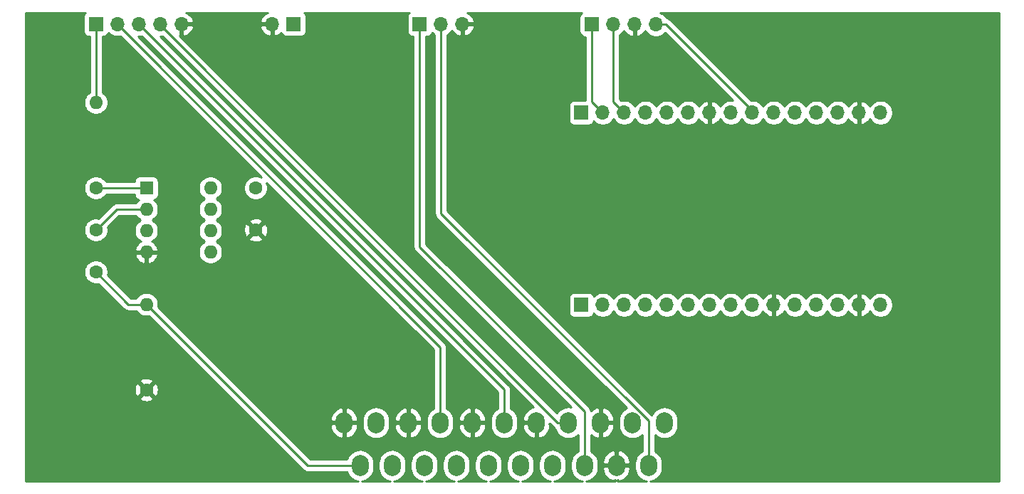
<source format=gbr>
G04 #@! TF.GenerationSoftware,KiCad,Pcbnew,(5.1.5)-3*
G04 #@! TF.CreationDate,2020-07-31T11:24:53+01:00*
G04 #@! TF.ProjectId,SCART_to_GBS8200,53434152-545f-4746-9f5f-474253383230,rev?*
G04 #@! TF.SameCoordinates,Original*
G04 #@! TF.FileFunction,Copper,L2,Bot*
G04 #@! TF.FilePolarity,Positive*
%FSLAX46Y46*%
G04 Gerber Fmt 4.6, Leading zero omitted, Abs format (unit mm)*
G04 Created by KiCad (PCBNEW (5.1.5)-3) date 2020-07-31 11:24:53*
%MOMM*%
%LPD*%
G04 APERTURE LIST*
%ADD10O,1.700000X1.700000*%
%ADD11R,1.700000X1.700000*%
%ADD12O,1.600000X1.600000*%
%ADD13C,1.600000*%
%ADD14R,1.600000X1.600000*%
%ADD15O,2.000000X2.500000*%
%ADD16C,0.250000*%
%ADD17C,0.254000*%
G04 APERTURE END LIST*
D10*
X130920000Y-104040000D03*
X125840000Y-104040000D03*
X153780000Y-104040000D03*
X123300000Y-104040000D03*
X138540000Y-104040000D03*
X133460000Y-104040000D03*
X143620000Y-104040000D03*
D11*
X118220000Y-104040000D03*
D10*
X148700000Y-104040000D03*
X136000000Y-104040000D03*
X128380000Y-104040000D03*
X120760000Y-104040000D03*
X141080000Y-104040000D03*
X146160000Y-104040000D03*
X151240000Y-104040000D03*
X153780000Y-126900000D03*
X151240000Y-126900000D03*
X148700000Y-126900000D03*
X146160000Y-126900000D03*
X143620000Y-126900000D03*
X141080000Y-126900000D03*
X138540000Y-126900000D03*
X136000000Y-126900000D03*
X133460000Y-126900000D03*
X130920000Y-126900000D03*
X128380000Y-126900000D03*
X125840000Y-126900000D03*
X123300000Y-126900000D03*
X120760000Y-126900000D03*
D11*
X118220000Y-126900000D03*
D12*
X60500000Y-102840000D03*
D13*
X60500000Y-113000000D03*
D10*
X127080000Y-93530000D03*
X124540000Y-93530000D03*
X122000000Y-93530000D03*
D11*
X119460000Y-93530000D03*
D10*
X81460000Y-93500000D03*
D11*
X84000000Y-93500000D03*
D12*
X74120000Y-113000000D03*
X66500000Y-120620000D03*
X74120000Y-115540000D03*
X66500000Y-118080000D03*
X74120000Y-118080000D03*
X66500000Y-115540000D03*
X74120000Y-120620000D03*
D14*
X66500000Y-113000000D03*
D12*
X66500000Y-126840000D03*
D13*
X66500000Y-137000000D03*
D15*
X126195000Y-146000000D03*
X122385000Y-146000000D03*
X118575000Y-146000000D03*
X114765000Y-146000000D03*
X110955000Y-146000000D03*
X107145000Y-146000000D03*
X103335000Y-146000000D03*
X99525000Y-146000000D03*
X95715000Y-146000000D03*
X91905000Y-146000000D03*
X90000000Y-140920000D03*
X93810000Y-140920000D03*
X97620000Y-140920000D03*
X101430000Y-140920000D03*
X105240000Y-140920000D03*
X109050000Y-140920000D03*
X112860000Y-140920000D03*
X116670000Y-140920000D03*
X120480000Y-140920000D03*
X124290000Y-140920000D03*
X128100000Y-140920000D03*
D10*
X104080000Y-93500000D03*
X101540000Y-93500000D03*
D11*
X99000000Y-93500000D03*
D10*
X70660000Y-93500000D03*
X68120000Y-93500000D03*
X65580000Y-93500000D03*
X63040000Y-93500000D03*
D11*
X60500000Y-93500000D03*
D13*
X79500000Y-113000000D03*
X79500000Y-118000000D03*
X60500000Y-123000000D03*
X60500000Y-118000000D03*
D16*
X62960000Y-115540000D02*
X66500000Y-115540000D01*
X60500000Y-118000000D02*
X62960000Y-115540000D01*
X85660000Y-146000000D02*
X91905000Y-146000000D01*
X66500000Y-126840000D02*
X85660000Y-146000000D01*
X64340000Y-126840000D02*
X60500000Y-123000000D01*
X66500000Y-126840000D02*
X64340000Y-126840000D01*
X60500000Y-102840000D02*
X60500000Y-93500000D01*
X63889999Y-94349999D02*
X63889999Y-94389999D01*
X63040000Y-93500000D02*
X63889999Y-94349999D01*
X101430000Y-131930000D02*
X101430000Y-140920000D01*
X63889999Y-94389999D02*
X101430000Y-131930000D01*
X109050000Y-136970000D02*
X109050000Y-140920000D01*
X65580000Y-93500000D02*
X109050000Y-136970000D01*
X68120000Y-93620000D02*
X68120000Y-93500000D01*
X115420000Y-140920000D02*
X68120000Y-93620000D01*
X116670000Y-140920000D02*
X115420000Y-140920000D01*
X119460000Y-102740000D02*
X120760000Y-104040000D01*
X119460000Y-93530000D02*
X119460000Y-102740000D01*
X138540000Y-103787919D02*
X138540000Y-104040000D01*
X128282081Y-93530000D02*
X138540000Y-103787919D01*
X127080000Y-93530000D02*
X128282081Y-93530000D01*
X122000000Y-102740000D02*
X123300000Y-104040000D01*
X122000000Y-93530000D02*
X122000000Y-102740000D01*
X60500000Y-113000000D02*
X66500000Y-113000000D01*
X126195000Y-144500000D02*
X126195000Y-146000000D01*
X126195000Y-140701153D02*
X126195000Y-144500000D01*
X101540000Y-116046153D02*
X126195000Y-140701153D01*
X101540000Y-93500000D02*
X101540000Y-116046153D01*
X118575000Y-144500000D02*
X118575000Y-146000000D01*
X118575000Y-139575000D02*
X118575000Y-144500000D01*
X99000000Y-120000000D02*
X118575000Y-139575000D01*
X99000000Y-93500000D02*
X99000000Y-120000000D01*
D17*
G36*
X59198815Y-92198815D02*
G01*
X59119463Y-92295506D01*
X59060498Y-92405820D01*
X59024188Y-92525518D01*
X59011928Y-92650000D01*
X59011928Y-94350000D01*
X59024188Y-94474482D01*
X59060498Y-94594180D01*
X59119463Y-94704494D01*
X59198815Y-94801185D01*
X59295506Y-94880537D01*
X59405820Y-94939502D01*
X59525518Y-94975812D01*
X59650000Y-94988072D01*
X59740001Y-94988072D01*
X59740000Y-101621956D01*
X59585241Y-101725363D01*
X59385363Y-101925241D01*
X59228320Y-102160273D01*
X59120147Y-102421426D01*
X59065000Y-102698665D01*
X59065000Y-102981335D01*
X59120147Y-103258574D01*
X59228320Y-103519727D01*
X59385363Y-103754759D01*
X59585241Y-103954637D01*
X59820273Y-104111680D01*
X60081426Y-104219853D01*
X60358665Y-104275000D01*
X60641335Y-104275000D01*
X60918574Y-104219853D01*
X61179727Y-104111680D01*
X61414759Y-103954637D01*
X61614637Y-103754759D01*
X61771680Y-103519727D01*
X61879853Y-103258574D01*
X61935000Y-102981335D01*
X61935000Y-102698665D01*
X61879853Y-102421426D01*
X61771680Y-102160273D01*
X61614637Y-101925241D01*
X61414759Y-101725363D01*
X61260000Y-101621957D01*
X61260000Y-94988072D01*
X61350000Y-94988072D01*
X61474482Y-94975812D01*
X61594180Y-94939502D01*
X61704494Y-94880537D01*
X61801185Y-94801185D01*
X61880537Y-94704494D01*
X61939502Y-94594180D01*
X61961513Y-94521620D01*
X62093368Y-94653475D01*
X62336589Y-94815990D01*
X62606842Y-94927932D01*
X62893740Y-94985000D01*
X63186260Y-94985000D01*
X63371997Y-94948054D01*
X63379001Y-94953802D01*
X80134986Y-111709788D01*
X79918574Y-111620147D01*
X79641335Y-111565000D01*
X79358665Y-111565000D01*
X79081426Y-111620147D01*
X78820273Y-111728320D01*
X78585241Y-111885363D01*
X78385363Y-112085241D01*
X78228320Y-112320273D01*
X78120147Y-112581426D01*
X78065000Y-112858665D01*
X78065000Y-113141335D01*
X78120147Y-113418574D01*
X78228320Y-113679727D01*
X78385363Y-113914759D01*
X78585241Y-114114637D01*
X78820273Y-114271680D01*
X79081426Y-114379853D01*
X79358665Y-114435000D01*
X79641335Y-114435000D01*
X79918574Y-114379853D01*
X80179727Y-114271680D01*
X80414759Y-114114637D01*
X80614637Y-113914759D01*
X80771680Y-113679727D01*
X80879853Y-113418574D01*
X80935000Y-113141335D01*
X80935000Y-112858665D01*
X80879853Y-112581426D01*
X80790212Y-112365014D01*
X100670000Y-132244802D01*
X100670001Y-139222321D01*
X100517248Y-139303969D01*
X100268286Y-139508286D01*
X100063969Y-139757249D01*
X99912148Y-140041286D01*
X99818657Y-140349485D01*
X99795000Y-140589679D01*
X99795000Y-141250322D01*
X99818657Y-141490516D01*
X99912148Y-141798715D01*
X100063969Y-142082752D01*
X100268286Y-142331714D01*
X100517249Y-142536031D01*
X100801286Y-142687852D01*
X101109485Y-142781343D01*
X101430000Y-142812911D01*
X101750516Y-142781343D01*
X102058715Y-142687852D01*
X102342752Y-142536031D01*
X102591714Y-142331714D01*
X102796031Y-142082752D01*
X102947852Y-141798715D01*
X103041343Y-141490515D01*
X103059611Y-141305030D01*
X103601181Y-141305030D01*
X103659013Y-141622153D01*
X103777602Y-141921900D01*
X103952390Y-142192752D01*
X104176660Y-142424300D01*
X104441794Y-142607646D01*
X104737602Y-142735744D01*
X104859566Y-142760124D01*
X105113000Y-142640777D01*
X105113000Y-141047000D01*
X105367000Y-141047000D01*
X105367000Y-142640777D01*
X105620434Y-142760124D01*
X105742398Y-142735744D01*
X106038206Y-142607646D01*
X106303340Y-142424300D01*
X106527610Y-142192752D01*
X106702398Y-141921900D01*
X106820987Y-141622153D01*
X106878819Y-141305030D01*
X106721016Y-141047000D01*
X105367000Y-141047000D01*
X105113000Y-141047000D01*
X103758984Y-141047000D01*
X103601181Y-141305030D01*
X103059611Y-141305030D01*
X103065000Y-141250321D01*
X103065000Y-140589678D01*
X103059612Y-140534970D01*
X103601181Y-140534970D01*
X103758984Y-140793000D01*
X105113000Y-140793000D01*
X105113000Y-139199223D01*
X105367000Y-139199223D01*
X105367000Y-140793000D01*
X106721016Y-140793000D01*
X106878819Y-140534970D01*
X106820987Y-140217847D01*
X106702398Y-139918100D01*
X106527610Y-139647248D01*
X106303340Y-139415700D01*
X106038206Y-139232354D01*
X105742398Y-139104256D01*
X105620434Y-139079876D01*
X105367000Y-139199223D01*
X105113000Y-139199223D01*
X104859566Y-139079876D01*
X104737602Y-139104256D01*
X104441794Y-139232354D01*
X104176660Y-139415700D01*
X103952390Y-139647248D01*
X103777602Y-139918100D01*
X103659013Y-140217847D01*
X103601181Y-140534970D01*
X103059612Y-140534970D01*
X103041343Y-140349484D01*
X102947852Y-140041285D01*
X102796031Y-139757248D01*
X102591714Y-139508286D01*
X102342751Y-139303969D01*
X102190000Y-139222322D01*
X102190000Y-131967333D01*
X102193677Y-131930000D01*
X102179003Y-131781014D01*
X102135546Y-131637753D01*
X102064974Y-131505724D01*
X101993799Y-131418997D01*
X101970001Y-131389999D01*
X101941004Y-131366202D01*
X65559801Y-94985000D01*
X65726260Y-94985000D01*
X65946408Y-94941209D01*
X108290000Y-137284802D01*
X108290001Y-139222321D01*
X108137248Y-139303969D01*
X107888286Y-139508286D01*
X107683969Y-139757249D01*
X107532148Y-140041286D01*
X107438657Y-140349485D01*
X107415000Y-140589679D01*
X107415000Y-141250322D01*
X107438657Y-141490516D01*
X107532148Y-141798715D01*
X107683969Y-142082752D01*
X107888286Y-142331714D01*
X108137249Y-142536031D01*
X108421286Y-142687852D01*
X108729485Y-142781343D01*
X109050000Y-142812911D01*
X109370516Y-142781343D01*
X109678715Y-142687852D01*
X109962752Y-142536031D01*
X110211714Y-142331714D01*
X110416031Y-142082752D01*
X110567852Y-141798715D01*
X110661343Y-141490515D01*
X110679611Y-141305030D01*
X111221181Y-141305030D01*
X111279013Y-141622153D01*
X111397602Y-141921900D01*
X111572390Y-142192752D01*
X111796660Y-142424300D01*
X112061794Y-142607646D01*
X112357602Y-142735744D01*
X112479566Y-142760124D01*
X112733000Y-142640777D01*
X112733000Y-141047000D01*
X111378984Y-141047000D01*
X111221181Y-141305030D01*
X110679611Y-141305030D01*
X110685000Y-141250321D01*
X110685000Y-140589678D01*
X110661343Y-140349484D01*
X110567852Y-140041285D01*
X110416031Y-139757248D01*
X110211714Y-139508286D01*
X109962751Y-139303969D01*
X109810000Y-139222322D01*
X109810000Y-137007333D01*
X109813677Y-136970000D01*
X109799003Y-136821014D01*
X109755546Y-136677753D01*
X109684974Y-136545724D01*
X109613799Y-136458997D01*
X109590001Y-136429999D01*
X109561004Y-136406202D01*
X68139801Y-94985000D01*
X68266260Y-94985000D01*
X68386318Y-94961119D01*
X112527778Y-139102580D01*
X112479566Y-139079876D01*
X112357602Y-139104256D01*
X112061794Y-139232354D01*
X111796660Y-139415700D01*
X111572390Y-139647248D01*
X111397602Y-139918100D01*
X111279013Y-140217847D01*
X111221181Y-140534970D01*
X111378984Y-140793000D01*
X112733000Y-140793000D01*
X112733000Y-140773000D01*
X112987000Y-140773000D01*
X112987000Y-140793000D01*
X113007000Y-140793000D01*
X113007000Y-141047000D01*
X112987000Y-141047000D01*
X112987000Y-142640777D01*
X113240434Y-142760124D01*
X113362398Y-142735744D01*
X113658206Y-142607646D01*
X113923340Y-142424300D01*
X114147610Y-142192752D01*
X114322398Y-141921900D01*
X114440987Y-141622153D01*
X114498819Y-141305030D01*
X114341017Y-141047002D01*
X114472200Y-141047002D01*
X114856201Y-141431003D01*
X114879999Y-141460001D01*
X114908997Y-141483799D01*
X114995724Y-141554974D01*
X115094173Y-141607597D01*
X115152148Y-141798715D01*
X115303969Y-142082752D01*
X115508286Y-142331714D01*
X115757249Y-142536031D01*
X116041286Y-142687852D01*
X116349485Y-142781343D01*
X116670000Y-142812911D01*
X116990516Y-142781343D01*
X117298715Y-142687852D01*
X117582752Y-142536031D01*
X117815001Y-142345430D01*
X117815001Y-144302321D01*
X117662248Y-144383969D01*
X117413286Y-144588286D01*
X117208969Y-144837249D01*
X117057148Y-145121286D01*
X116963657Y-145429485D01*
X116940000Y-145669679D01*
X116940000Y-146330322D01*
X116963657Y-146570516D01*
X117057148Y-146878715D01*
X117208969Y-147162752D01*
X117413286Y-147411714D01*
X117662249Y-147616031D01*
X117946286Y-147767852D01*
X118254485Y-147861343D01*
X118372840Y-147873000D01*
X114967160Y-147873000D01*
X115085516Y-147861343D01*
X115393715Y-147767852D01*
X115677752Y-147616031D01*
X115926714Y-147411714D01*
X116131031Y-147162752D01*
X116282852Y-146878715D01*
X116376343Y-146570515D01*
X116400000Y-146330321D01*
X116400000Y-145669678D01*
X116376343Y-145429484D01*
X116282852Y-145121285D01*
X116131031Y-144837248D01*
X115926714Y-144588286D01*
X115677751Y-144383969D01*
X115393714Y-144232148D01*
X115085515Y-144138657D01*
X114765000Y-144107089D01*
X114444484Y-144138657D01*
X114136285Y-144232148D01*
X113852248Y-144383969D01*
X113603286Y-144588286D01*
X113398969Y-144837249D01*
X113247148Y-145121286D01*
X113153657Y-145429485D01*
X113130000Y-145669679D01*
X113130000Y-146330322D01*
X113153657Y-146570516D01*
X113247148Y-146878715D01*
X113398969Y-147162752D01*
X113603286Y-147411714D01*
X113852249Y-147616031D01*
X114136286Y-147767852D01*
X114444485Y-147861343D01*
X114562840Y-147873000D01*
X111157160Y-147873000D01*
X111275516Y-147861343D01*
X111583715Y-147767852D01*
X111867752Y-147616031D01*
X112116714Y-147411714D01*
X112321031Y-147162752D01*
X112472852Y-146878715D01*
X112566343Y-146570515D01*
X112590000Y-146330321D01*
X112590000Y-145669678D01*
X112566343Y-145429484D01*
X112472852Y-145121285D01*
X112321031Y-144837248D01*
X112116714Y-144588286D01*
X111867751Y-144383969D01*
X111583714Y-144232148D01*
X111275515Y-144138657D01*
X110955000Y-144107089D01*
X110634484Y-144138657D01*
X110326285Y-144232148D01*
X110042248Y-144383969D01*
X109793286Y-144588286D01*
X109588969Y-144837249D01*
X109437148Y-145121286D01*
X109343657Y-145429485D01*
X109320000Y-145669679D01*
X109320000Y-146330322D01*
X109343657Y-146570516D01*
X109437148Y-146878715D01*
X109588969Y-147162752D01*
X109793286Y-147411714D01*
X110042249Y-147616031D01*
X110326286Y-147767852D01*
X110634485Y-147861343D01*
X110752840Y-147873000D01*
X107347160Y-147873000D01*
X107465516Y-147861343D01*
X107773715Y-147767852D01*
X108057752Y-147616031D01*
X108306714Y-147411714D01*
X108511031Y-147162752D01*
X108662852Y-146878715D01*
X108756343Y-146570515D01*
X108780000Y-146330321D01*
X108780000Y-145669678D01*
X108756343Y-145429484D01*
X108662852Y-145121285D01*
X108511031Y-144837248D01*
X108306714Y-144588286D01*
X108057751Y-144383969D01*
X107773714Y-144232148D01*
X107465515Y-144138657D01*
X107145000Y-144107089D01*
X106824484Y-144138657D01*
X106516285Y-144232148D01*
X106232248Y-144383969D01*
X105983286Y-144588286D01*
X105778969Y-144837249D01*
X105627148Y-145121286D01*
X105533657Y-145429485D01*
X105510000Y-145669679D01*
X105510000Y-146330322D01*
X105533657Y-146570516D01*
X105627148Y-146878715D01*
X105778969Y-147162752D01*
X105983286Y-147411714D01*
X106232249Y-147616031D01*
X106516286Y-147767852D01*
X106824485Y-147861343D01*
X106942840Y-147873000D01*
X103537160Y-147873000D01*
X103655516Y-147861343D01*
X103963715Y-147767852D01*
X104247752Y-147616031D01*
X104496714Y-147411714D01*
X104701031Y-147162752D01*
X104852852Y-146878715D01*
X104946343Y-146570515D01*
X104970000Y-146330321D01*
X104970000Y-145669678D01*
X104946343Y-145429484D01*
X104852852Y-145121285D01*
X104701031Y-144837248D01*
X104496714Y-144588286D01*
X104247751Y-144383969D01*
X103963714Y-144232148D01*
X103655515Y-144138657D01*
X103335000Y-144107089D01*
X103014484Y-144138657D01*
X102706285Y-144232148D01*
X102422248Y-144383969D01*
X102173286Y-144588286D01*
X101968969Y-144837249D01*
X101817148Y-145121286D01*
X101723657Y-145429485D01*
X101700000Y-145669679D01*
X101700000Y-146330322D01*
X101723657Y-146570516D01*
X101817148Y-146878715D01*
X101968969Y-147162752D01*
X102173286Y-147411714D01*
X102422249Y-147616031D01*
X102706286Y-147767852D01*
X103014485Y-147861343D01*
X103132840Y-147873000D01*
X99727160Y-147873000D01*
X99845516Y-147861343D01*
X100153715Y-147767852D01*
X100437752Y-147616031D01*
X100686714Y-147411714D01*
X100891031Y-147162752D01*
X101042852Y-146878715D01*
X101136343Y-146570515D01*
X101160000Y-146330321D01*
X101160000Y-145669678D01*
X101136343Y-145429484D01*
X101042852Y-145121285D01*
X100891031Y-144837248D01*
X100686714Y-144588286D01*
X100437751Y-144383969D01*
X100153714Y-144232148D01*
X99845515Y-144138657D01*
X99525000Y-144107089D01*
X99204484Y-144138657D01*
X98896285Y-144232148D01*
X98612248Y-144383969D01*
X98363286Y-144588286D01*
X98158969Y-144837249D01*
X98007148Y-145121286D01*
X97913657Y-145429485D01*
X97890000Y-145669679D01*
X97890000Y-146330322D01*
X97913657Y-146570516D01*
X98007148Y-146878715D01*
X98158969Y-147162752D01*
X98363286Y-147411714D01*
X98612249Y-147616031D01*
X98896286Y-147767852D01*
X99204485Y-147861343D01*
X99322840Y-147873000D01*
X95917160Y-147873000D01*
X96035516Y-147861343D01*
X96343715Y-147767852D01*
X96627752Y-147616031D01*
X96876714Y-147411714D01*
X97081031Y-147162752D01*
X97232852Y-146878715D01*
X97326343Y-146570515D01*
X97350000Y-146330321D01*
X97350000Y-145669678D01*
X97326343Y-145429484D01*
X97232852Y-145121285D01*
X97081031Y-144837248D01*
X96876714Y-144588286D01*
X96627751Y-144383969D01*
X96343714Y-144232148D01*
X96035515Y-144138657D01*
X95715000Y-144107089D01*
X95394484Y-144138657D01*
X95086285Y-144232148D01*
X94802248Y-144383969D01*
X94553286Y-144588286D01*
X94348969Y-144837249D01*
X94197148Y-145121286D01*
X94103657Y-145429485D01*
X94080000Y-145669679D01*
X94080000Y-146330322D01*
X94103657Y-146570516D01*
X94197148Y-146878715D01*
X94348969Y-147162752D01*
X94553286Y-147411714D01*
X94802249Y-147616031D01*
X95086286Y-147767852D01*
X95394485Y-147861343D01*
X95512840Y-147873000D01*
X92107160Y-147873000D01*
X92225516Y-147861343D01*
X92533715Y-147767852D01*
X92817752Y-147616031D01*
X93066714Y-147411714D01*
X93271031Y-147162752D01*
X93422852Y-146878715D01*
X93516343Y-146570515D01*
X93540000Y-146330321D01*
X93540000Y-145669678D01*
X93516343Y-145429484D01*
X93422852Y-145121285D01*
X93271031Y-144837248D01*
X93066714Y-144588286D01*
X92817751Y-144383969D01*
X92533714Y-144232148D01*
X92225515Y-144138657D01*
X91905000Y-144107089D01*
X91584484Y-144138657D01*
X91276285Y-144232148D01*
X90992248Y-144383969D01*
X90743286Y-144588286D01*
X90538969Y-144837249D01*
X90387148Y-145121286D01*
X90351137Y-145240000D01*
X85974802Y-145240000D01*
X82039832Y-141305030D01*
X88361181Y-141305030D01*
X88419013Y-141622153D01*
X88537602Y-141921900D01*
X88712390Y-142192752D01*
X88936660Y-142424300D01*
X89201794Y-142607646D01*
X89497602Y-142735744D01*
X89619566Y-142760124D01*
X89873000Y-142640777D01*
X89873000Y-141047000D01*
X90127000Y-141047000D01*
X90127000Y-142640777D01*
X90380434Y-142760124D01*
X90502398Y-142735744D01*
X90798206Y-142607646D01*
X91063340Y-142424300D01*
X91287610Y-142192752D01*
X91462398Y-141921900D01*
X91580987Y-141622153D01*
X91638819Y-141305030D01*
X91481016Y-141047000D01*
X90127000Y-141047000D01*
X89873000Y-141047000D01*
X88518984Y-141047000D01*
X88361181Y-141305030D01*
X82039832Y-141305030D01*
X81269772Y-140534970D01*
X88361181Y-140534970D01*
X88518984Y-140793000D01*
X89873000Y-140793000D01*
X89873000Y-139199223D01*
X90127000Y-139199223D01*
X90127000Y-140793000D01*
X91481016Y-140793000D01*
X91605360Y-140589679D01*
X92175000Y-140589679D01*
X92175000Y-141250322D01*
X92198657Y-141490516D01*
X92292148Y-141798715D01*
X92443969Y-142082752D01*
X92648286Y-142331714D01*
X92897249Y-142536031D01*
X93181286Y-142687852D01*
X93489485Y-142781343D01*
X93810000Y-142812911D01*
X94130516Y-142781343D01*
X94438715Y-142687852D01*
X94722752Y-142536031D01*
X94971714Y-142331714D01*
X95176031Y-142082752D01*
X95327852Y-141798715D01*
X95421343Y-141490515D01*
X95439611Y-141305030D01*
X95981181Y-141305030D01*
X96039013Y-141622153D01*
X96157602Y-141921900D01*
X96332390Y-142192752D01*
X96556660Y-142424300D01*
X96821794Y-142607646D01*
X97117602Y-142735744D01*
X97239566Y-142760124D01*
X97493000Y-142640777D01*
X97493000Y-141047000D01*
X97747000Y-141047000D01*
X97747000Y-142640777D01*
X98000434Y-142760124D01*
X98122398Y-142735744D01*
X98418206Y-142607646D01*
X98683340Y-142424300D01*
X98907610Y-142192752D01*
X99082398Y-141921900D01*
X99200987Y-141622153D01*
X99258819Y-141305030D01*
X99101016Y-141047000D01*
X97747000Y-141047000D01*
X97493000Y-141047000D01*
X96138984Y-141047000D01*
X95981181Y-141305030D01*
X95439611Y-141305030D01*
X95445000Y-141250321D01*
X95445000Y-140589678D01*
X95439612Y-140534970D01*
X95981181Y-140534970D01*
X96138984Y-140793000D01*
X97493000Y-140793000D01*
X97493000Y-139199223D01*
X97747000Y-139199223D01*
X97747000Y-140793000D01*
X99101016Y-140793000D01*
X99258819Y-140534970D01*
X99200987Y-140217847D01*
X99082398Y-139918100D01*
X98907610Y-139647248D01*
X98683340Y-139415700D01*
X98418206Y-139232354D01*
X98122398Y-139104256D01*
X98000434Y-139079876D01*
X97747000Y-139199223D01*
X97493000Y-139199223D01*
X97239566Y-139079876D01*
X97117602Y-139104256D01*
X96821794Y-139232354D01*
X96556660Y-139415700D01*
X96332390Y-139647248D01*
X96157602Y-139918100D01*
X96039013Y-140217847D01*
X95981181Y-140534970D01*
X95439612Y-140534970D01*
X95421343Y-140349484D01*
X95327852Y-140041285D01*
X95176031Y-139757248D01*
X94971714Y-139508286D01*
X94722751Y-139303969D01*
X94438714Y-139152148D01*
X94130515Y-139058657D01*
X93810000Y-139027089D01*
X93489484Y-139058657D01*
X93181285Y-139152148D01*
X92897248Y-139303969D01*
X92648286Y-139508286D01*
X92443969Y-139757249D01*
X92292148Y-140041286D01*
X92198657Y-140349485D01*
X92175000Y-140589679D01*
X91605360Y-140589679D01*
X91638819Y-140534970D01*
X91580987Y-140217847D01*
X91462398Y-139918100D01*
X91287610Y-139647248D01*
X91063340Y-139415700D01*
X90798206Y-139232354D01*
X90502398Y-139104256D01*
X90380434Y-139079876D01*
X90127000Y-139199223D01*
X89873000Y-139199223D01*
X89619566Y-139079876D01*
X89497602Y-139104256D01*
X89201794Y-139232354D01*
X88936660Y-139415700D01*
X88712390Y-139647248D01*
X88537602Y-139918100D01*
X88419013Y-140217847D01*
X88361181Y-140534970D01*
X81269772Y-140534970D01*
X67898688Y-127163887D01*
X67935000Y-126981335D01*
X67935000Y-126698665D01*
X67879853Y-126421426D01*
X67771680Y-126160273D01*
X67614637Y-125925241D01*
X67414759Y-125725363D01*
X67179727Y-125568320D01*
X66918574Y-125460147D01*
X66641335Y-125405000D01*
X66358665Y-125405000D01*
X66081426Y-125460147D01*
X65820273Y-125568320D01*
X65585241Y-125725363D01*
X65385363Y-125925241D01*
X65281957Y-126080000D01*
X64654802Y-126080000D01*
X61898688Y-123323887D01*
X61935000Y-123141335D01*
X61935000Y-122858665D01*
X61879853Y-122581426D01*
X61771680Y-122320273D01*
X61614637Y-122085241D01*
X61414759Y-121885363D01*
X61179727Y-121728320D01*
X60918574Y-121620147D01*
X60641335Y-121565000D01*
X60358665Y-121565000D01*
X60081426Y-121620147D01*
X59820273Y-121728320D01*
X59585241Y-121885363D01*
X59385363Y-122085241D01*
X59228320Y-122320273D01*
X59120147Y-122581426D01*
X59065000Y-122858665D01*
X59065000Y-123141335D01*
X59120147Y-123418574D01*
X59228320Y-123679727D01*
X59385363Y-123914759D01*
X59585241Y-124114637D01*
X59820273Y-124271680D01*
X60081426Y-124379853D01*
X60358665Y-124435000D01*
X60641335Y-124435000D01*
X60823887Y-124398688D01*
X63776200Y-127351002D01*
X63799999Y-127380001D01*
X63828997Y-127403799D01*
X63915723Y-127474974D01*
X64021011Y-127531252D01*
X64047753Y-127545546D01*
X64191014Y-127589003D01*
X64302667Y-127600000D01*
X64302676Y-127600000D01*
X64339999Y-127603676D01*
X64377322Y-127600000D01*
X65281957Y-127600000D01*
X65385363Y-127754759D01*
X65585241Y-127954637D01*
X65820273Y-128111680D01*
X66081426Y-128219853D01*
X66358665Y-128275000D01*
X66641335Y-128275000D01*
X66823887Y-128238688D01*
X85096201Y-146511003D01*
X85119999Y-146540001D01*
X85235724Y-146634974D01*
X85367753Y-146705546D01*
X85511014Y-146749003D01*
X85622667Y-146760000D01*
X85622677Y-146760000D01*
X85660000Y-146763676D01*
X85697323Y-146760000D01*
X90351136Y-146760000D01*
X90387148Y-146878715D01*
X90538969Y-147162752D01*
X90743286Y-147411714D01*
X90992249Y-147616031D01*
X91276286Y-147767852D01*
X91584485Y-147861343D01*
X91702840Y-147873000D01*
X52127000Y-147873000D01*
X52127000Y-137992702D01*
X65686903Y-137992702D01*
X65758486Y-138236671D01*
X66013996Y-138357571D01*
X66288184Y-138426300D01*
X66570512Y-138440217D01*
X66850130Y-138398787D01*
X67116292Y-138303603D01*
X67241514Y-138236671D01*
X67313097Y-137992702D01*
X66500000Y-137179605D01*
X65686903Y-137992702D01*
X52127000Y-137992702D01*
X52127000Y-137070512D01*
X65059783Y-137070512D01*
X65101213Y-137350130D01*
X65196397Y-137616292D01*
X65263329Y-137741514D01*
X65507298Y-137813097D01*
X66320395Y-137000000D01*
X66679605Y-137000000D01*
X67492702Y-137813097D01*
X67736671Y-137741514D01*
X67857571Y-137486004D01*
X67926300Y-137211816D01*
X67940217Y-136929488D01*
X67898787Y-136649870D01*
X67803603Y-136383708D01*
X67736671Y-136258486D01*
X67492702Y-136186903D01*
X66679605Y-137000000D01*
X66320395Y-137000000D01*
X65507298Y-136186903D01*
X65263329Y-136258486D01*
X65142429Y-136513996D01*
X65073700Y-136788184D01*
X65059783Y-137070512D01*
X52127000Y-137070512D01*
X52127000Y-136007298D01*
X65686903Y-136007298D01*
X66500000Y-136820395D01*
X67313097Y-136007298D01*
X67241514Y-135763329D01*
X66986004Y-135642429D01*
X66711816Y-135573700D01*
X66429488Y-135559783D01*
X66149870Y-135601213D01*
X65883708Y-135696397D01*
X65758486Y-135763329D01*
X65686903Y-136007298D01*
X52127000Y-136007298D01*
X52127000Y-120969039D01*
X65108096Y-120969039D01*
X65148754Y-121103087D01*
X65268963Y-121357420D01*
X65436481Y-121583414D01*
X65644869Y-121772385D01*
X65886119Y-121917070D01*
X66150960Y-122011909D01*
X66373000Y-121890624D01*
X66373000Y-120747000D01*
X66627000Y-120747000D01*
X66627000Y-121890624D01*
X66849040Y-122011909D01*
X67113881Y-121917070D01*
X67355131Y-121772385D01*
X67563519Y-121583414D01*
X67731037Y-121357420D01*
X67851246Y-121103087D01*
X67891904Y-120969039D01*
X67769915Y-120747000D01*
X66627000Y-120747000D01*
X66373000Y-120747000D01*
X65230085Y-120747000D01*
X65108096Y-120969039D01*
X52127000Y-120969039D01*
X52127000Y-112858665D01*
X59065000Y-112858665D01*
X59065000Y-113141335D01*
X59120147Y-113418574D01*
X59228320Y-113679727D01*
X59385363Y-113914759D01*
X59585241Y-114114637D01*
X59820273Y-114271680D01*
X60081426Y-114379853D01*
X60358665Y-114435000D01*
X60641335Y-114435000D01*
X60918574Y-114379853D01*
X61179727Y-114271680D01*
X61414759Y-114114637D01*
X61614637Y-113914759D01*
X61718043Y-113760000D01*
X65061928Y-113760000D01*
X65061928Y-113800000D01*
X65074188Y-113924482D01*
X65110498Y-114044180D01*
X65169463Y-114154494D01*
X65248815Y-114251185D01*
X65345506Y-114330537D01*
X65455820Y-114389502D01*
X65575518Y-114425812D01*
X65583961Y-114426643D01*
X65385363Y-114625241D01*
X65281957Y-114780000D01*
X62997322Y-114780000D01*
X62959999Y-114776324D01*
X62922676Y-114780000D01*
X62922667Y-114780000D01*
X62811014Y-114790997D01*
X62667753Y-114834454D01*
X62535724Y-114905026D01*
X62419999Y-114999999D01*
X62396201Y-115028997D01*
X60823886Y-116601312D01*
X60641335Y-116565000D01*
X60358665Y-116565000D01*
X60081426Y-116620147D01*
X59820273Y-116728320D01*
X59585241Y-116885363D01*
X59385363Y-117085241D01*
X59228320Y-117320273D01*
X59120147Y-117581426D01*
X59065000Y-117858665D01*
X59065000Y-118141335D01*
X59120147Y-118418574D01*
X59228320Y-118679727D01*
X59385363Y-118914759D01*
X59585241Y-119114637D01*
X59820273Y-119271680D01*
X60081426Y-119379853D01*
X60358665Y-119435000D01*
X60641335Y-119435000D01*
X60918574Y-119379853D01*
X61179727Y-119271680D01*
X61414759Y-119114637D01*
X61614637Y-118914759D01*
X61771680Y-118679727D01*
X61879853Y-118418574D01*
X61935000Y-118141335D01*
X61935000Y-117858665D01*
X61898688Y-117676114D01*
X63274802Y-116300000D01*
X65281957Y-116300000D01*
X65385363Y-116454759D01*
X65585241Y-116654637D01*
X65817759Y-116810000D01*
X65585241Y-116965363D01*
X65385363Y-117165241D01*
X65228320Y-117400273D01*
X65120147Y-117661426D01*
X65065000Y-117938665D01*
X65065000Y-118221335D01*
X65120147Y-118498574D01*
X65228320Y-118759727D01*
X65385363Y-118994759D01*
X65585241Y-119194637D01*
X65820273Y-119351680D01*
X65830865Y-119356067D01*
X65644869Y-119467615D01*
X65436481Y-119656586D01*
X65268963Y-119882580D01*
X65148754Y-120136913D01*
X65108096Y-120270961D01*
X65230085Y-120493000D01*
X66373000Y-120493000D01*
X66373000Y-120473000D01*
X66627000Y-120473000D01*
X66627000Y-120493000D01*
X67769915Y-120493000D01*
X67891904Y-120270961D01*
X67851246Y-120136913D01*
X67731037Y-119882580D01*
X67563519Y-119656586D01*
X67355131Y-119467615D01*
X67169135Y-119356067D01*
X67179727Y-119351680D01*
X67414759Y-119194637D01*
X67614637Y-118994759D01*
X67771680Y-118759727D01*
X67879853Y-118498574D01*
X67935000Y-118221335D01*
X67935000Y-117938665D01*
X67879853Y-117661426D01*
X67771680Y-117400273D01*
X67614637Y-117165241D01*
X67414759Y-116965363D01*
X67182241Y-116810000D01*
X67414759Y-116654637D01*
X67614637Y-116454759D01*
X67771680Y-116219727D01*
X67879853Y-115958574D01*
X67935000Y-115681335D01*
X67935000Y-115398665D01*
X67879853Y-115121426D01*
X67771680Y-114860273D01*
X67614637Y-114625241D01*
X67416039Y-114426643D01*
X67424482Y-114425812D01*
X67544180Y-114389502D01*
X67654494Y-114330537D01*
X67751185Y-114251185D01*
X67830537Y-114154494D01*
X67889502Y-114044180D01*
X67925812Y-113924482D01*
X67938072Y-113800000D01*
X67938072Y-112858665D01*
X72685000Y-112858665D01*
X72685000Y-113141335D01*
X72740147Y-113418574D01*
X72848320Y-113679727D01*
X73005363Y-113914759D01*
X73205241Y-114114637D01*
X73437759Y-114270000D01*
X73205241Y-114425363D01*
X73005363Y-114625241D01*
X72848320Y-114860273D01*
X72740147Y-115121426D01*
X72685000Y-115398665D01*
X72685000Y-115681335D01*
X72740147Y-115958574D01*
X72848320Y-116219727D01*
X73005363Y-116454759D01*
X73205241Y-116654637D01*
X73437759Y-116810000D01*
X73205241Y-116965363D01*
X73005363Y-117165241D01*
X72848320Y-117400273D01*
X72740147Y-117661426D01*
X72685000Y-117938665D01*
X72685000Y-118221335D01*
X72740147Y-118498574D01*
X72848320Y-118759727D01*
X73005363Y-118994759D01*
X73205241Y-119194637D01*
X73437759Y-119350000D01*
X73205241Y-119505363D01*
X73005363Y-119705241D01*
X72848320Y-119940273D01*
X72740147Y-120201426D01*
X72685000Y-120478665D01*
X72685000Y-120761335D01*
X72740147Y-121038574D01*
X72848320Y-121299727D01*
X73005363Y-121534759D01*
X73205241Y-121734637D01*
X73440273Y-121891680D01*
X73701426Y-121999853D01*
X73978665Y-122055000D01*
X74261335Y-122055000D01*
X74538574Y-121999853D01*
X74799727Y-121891680D01*
X75034759Y-121734637D01*
X75234637Y-121534759D01*
X75391680Y-121299727D01*
X75499853Y-121038574D01*
X75555000Y-120761335D01*
X75555000Y-120478665D01*
X75499853Y-120201426D01*
X75391680Y-119940273D01*
X75234637Y-119705241D01*
X75034759Y-119505363D01*
X74802241Y-119350000D01*
X75034759Y-119194637D01*
X75234637Y-118994759D01*
X75236011Y-118992702D01*
X78686903Y-118992702D01*
X78758486Y-119236671D01*
X79013996Y-119357571D01*
X79288184Y-119426300D01*
X79570512Y-119440217D01*
X79850130Y-119398787D01*
X80116292Y-119303603D01*
X80241514Y-119236671D01*
X80313097Y-118992702D01*
X79500000Y-118179605D01*
X78686903Y-118992702D01*
X75236011Y-118992702D01*
X75391680Y-118759727D01*
X75499853Y-118498574D01*
X75555000Y-118221335D01*
X75555000Y-118070512D01*
X78059783Y-118070512D01*
X78101213Y-118350130D01*
X78196397Y-118616292D01*
X78263329Y-118741514D01*
X78507298Y-118813097D01*
X79320395Y-118000000D01*
X79679605Y-118000000D01*
X80492702Y-118813097D01*
X80736671Y-118741514D01*
X80857571Y-118486004D01*
X80926300Y-118211816D01*
X80940217Y-117929488D01*
X80898787Y-117649870D01*
X80803603Y-117383708D01*
X80736671Y-117258486D01*
X80492702Y-117186903D01*
X79679605Y-118000000D01*
X79320395Y-118000000D01*
X78507298Y-117186903D01*
X78263329Y-117258486D01*
X78142429Y-117513996D01*
X78073700Y-117788184D01*
X78059783Y-118070512D01*
X75555000Y-118070512D01*
X75555000Y-117938665D01*
X75499853Y-117661426D01*
X75391680Y-117400273D01*
X75234637Y-117165241D01*
X75076694Y-117007298D01*
X78686903Y-117007298D01*
X79500000Y-117820395D01*
X80313097Y-117007298D01*
X80241514Y-116763329D01*
X79986004Y-116642429D01*
X79711816Y-116573700D01*
X79429488Y-116559783D01*
X79149870Y-116601213D01*
X78883708Y-116696397D01*
X78758486Y-116763329D01*
X78686903Y-117007298D01*
X75076694Y-117007298D01*
X75034759Y-116965363D01*
X74802241Y-116810000D01*
X75034759Y-116654637D01*
X75234637Y-116454759D01*
X75391680Y-116219727D01*
X75499853Y-115958574D01*
X75555000Y-115681335D01*
X75555000Y-115398665D01*
X75499853Y-115121426D01*
X75391680Y-114860273D01*
X75234637Y-114625241D01*
X75034759Y-114425363D01*
X74802241Y-114270000D01*
X75034759Y-114114637D01*
X75234637Y-113914759D01*
X75391680Y-113679727D01*
X75499853Y-113418574D01*
X75555000Y-113141335D01*
X75555000Y-112858665D01*
X75499853Y-112581426D01*
X75391680Y-112320273D01*
X75234637Y-112085241D01*
X75034759Y-111885363D01*
X74799727Y-111728320D01*
X74538574Y-111620147D01*
X74261335Y-111565000D01*
X73978665Y-111565000D01*
X73701426Y-111620147D01*
X73440273Y-111728320D01*
X73205241Y-111885363D01*
X73005363Y-112085241D01*
X72848320Y-112320273D01*
X72740147Y-112581426D01*
X72685000Y-112858665D01*
X67938072Y-112858665D01*
X67938072Y-112200000D01*
X67925812Y-112075518D01*
X67889502Y-111955820D01*
X67830537Y-111845506D01*
X67751185Y-111748815D01*
X67654494Y-111669463D01*
X67544180Y-111610498D01*
X67424482Y-111574188D01*
X67300000Y-111561928D01*
X65700000Y-111561928D01*
X65575518Y-111574188D01*
X65455820Y-111610498D01*
X65345506Y-111669463D01*
X65248815Y-111748815D01*
X65169463Y-111845506D01*
X65110498Y-111955820D01*
X65074188Y-112075518D01*
X65061928Y-112200000D01*
X65061928Y-112240000D01*
X61718043Y-112240000D01*
X61614637Y-112085241D01*
X61414759Y-111885363D01*
X61179727Y-111728320D01*
X60918574Y-111620147D01*
X60641335Y-111565000D01*
X60358665Y-111565000D01*
X60081426Y-111620147D01*
X59820273Y-111728320D01*
X59585241Y-111885363D01*
X59385363Y-112085241D01*
X59228320Y-112320273D01*
X59120147Y-112581426D01*
X59065000Y-112858665D01*
X52127000Y-112858665D01*
X52127000Y-92127000D01*
X59286322Y-92127000D01*
X59198815Y-92198815D01*
G37*
X59198815Y-92198815D02*
X59119463Y-92295506D01*
X59060498Y-92405820D01*
X59024188Y-92525518D01*
X59011928Y-92650000D01*
X59011928Y-94350000D01*
X59024188Y-94474482D01*
X59060498Y-94594180D01*
X59119463Y-94704494D01*
X59198815Y-94801185D01*
X59295506Y-94880537D01*
X59405820Y-94939502D01*
X59525518Y-94975812D01*
X59650000Y-94988072D01*
X59740001Y-94988072D01*
X59740000Y-101621956D01*
X59585241Y-101725363D01*
X59385363Y-101925241D01*
X59228320Y-102160273D01*
X59120147Y-102421426D01*
X59065000Y-102698665D01*
X59065000Y-102981335D01*
X59120147Y-103258574D01*
X59228320Y-103519727D01*
X59385363Y-103754759D01*
X59585241Y-103954637D01*
X59820273Y-104111680D01*
X60081426Y-104219853D01*
X60358665Y-104275000D01*
X60641335Y-104275000D01*
X60918574Y-104219853D01*
X61179727Y-104111680D01*
X61414759Y-103954637D01*
X61614637Y-103754759D01*
X61771680Y-103519727D01*
X61879853Y-103258574D01*
X61935000Y-102981335D01*
X61935000Y-102698665D01*
X61879853Y-102421426D01*
X61771680Y-102160273D01*
X61614637Y-101925241D01*
X61414759Y-101725363D01*
X61260000Y-101621957D01*
X61260000Y-94988072D01*
X61350000Y-94988072D01*
X61474482Y-94975812D01*
X61594180Y-94939502D01*
X61704494Y-94880537D01*
X61801185Y-94801185D01*
X61880537Y-94704494D01*
X61939502Y-94594180D01*
X61961513Y-94521620D01*
X62093368Y-94653475D01*
X62336589Y-94815990D01*
X62606842Y-94927932D01*
X62893740Y-94985000D01*
X63186260Y-94985000D01*
X63371997Y-94948054D01*
X63379001Y-94953802D01*
X80134986Y-111709788D01*
X79918574Y-111620147D01*
X79641335Y-111565000D01*
X79358665Y-111565000D01*
X79081426Y-111620147D01*
X78820273Y-111728320D01*
X78585241Y-111885363D01*
X78385363Y-112085241D01*
X78228320Y-112320273D01*
X78120147Y-112581426D01*
X78065000Y-112858665D01*
X78065000Y-113141335D01*
X78120147Y-113418574D01*
X78228320Y-113679727D01*
X78385363Y-113914759D01*
X78585241Y-114114637D01*
X78820273Y-114271680D01*
X79081426Y-114379853D01*
X79358665Y-114435000D01*
X79641335Y-114435000D01*
X79918574Y-114379853D01*
X80179727Y-114271680D01*
X80414759Y-114114637D01*
X80614637Y-113914759D01*
X80771680Y-113679727D01*
X80879853Y-113418574D01*
X80935000Y-113141335D01*
X80935000Y-112858665D01*
X80879853Y-112581426D01*
X80790212Y-112365014D01*
X100670000Y-132244802D01*
X100670001Y-139222321D01*
X100517248Y-139303969D01*
X100268286Y-139508286D01*
X100063969Y-139757249D01*
X99912148Y-140041286D01*
X99818657Y-140349485D01*
X99795000Y-140589679D01*
X99795000Y-141250322D01*
X99818657Y-141490516D01*
X99912148Y-141798715D01*
X100063969Y-142082752D01*
X100268286Y-142331714D01*
X100517249Y-142536031D01*
X100801286Y-142687852D01*
X101109485Y-142781343D01*
X101430000Y-142812911D01*
X101750516Y-142781343D01*
X102058715Y-142687852D01*
X102342752Y-142536031D01*
X102591714Y-142331714D01*
X102796031Y-142082752D01*
X102947852Y-141798715D01*
X103041343Y-141490515D01*
X103059611Y-141305030D01*
X103601181Y-141305030D01*
X103659013Y-141622153D01*
X103777602Y-141921900D01*
X103952390Y-142192752D01*
X104176660Y-142424300D01*
X104441794Y-142607646D01*
X104737602Y-142735744D01*
X104859566Y-142760124D01*
X105113000Y-142640777D01*
X105113000Y-141047000D01*
X105367000Y-141047000D01*
X105367000Y-142640777D01*
X105620434Y-142760124D01*
X105742398Y-142735744D01*
X106038206Y-142607646D01*
X106303340Y-142424300D01*
X106527610Y-142192752D01*
X106702398Y-141921900D01*
X106820987Y-141622153D01*
X106878819Y-141305030D01*
X106721016Y-141047000D01*
X105367000Y-141047000D01*
X105113000Y-141047000D01*
X103758984Y-141047000D01*
X103601181Y-141305030D01*
X103059611Y-141305030D01*
X103065000Y-141250321D01*
X103065000Y-140589678D01*
X103059612Y-140534970D01*
X103601181Y-140534970D01*
X103758984Y-140793000D01*
X105113000Y-140793000D01*
X105113000Y-139199223D01*
X105367000Y-139199223D01*
X105367000Y-140793000D01*
X106721016Y-140793000D01*
X106878819Y-140534970D01*
X106820987Y-140217847D01*
X106702398Y-139918100D01*
X106527610Y-139647248D01*
X106303340Y-139415700D01*
X106038206Y-139232354D01*
X105742398Y-139104256D01*
X105620434Y-139079876D01*
X105367000Y-139199223D01*
X105113000Y-139199223D01*
X104859566Y-139079876D01*
X104737602Y-139104256D01*
X104441794Y-139232354D01*
X104176660Y-139415700D01*
X103952390Y-139647248D01*
X103777602Y-139918100D01*
X103659013Y-140217847D01*
X103601181Y-140534970D01*
X103059612Y-140534970D01*
X103041343Y-140349484D01*
X102947852Y-140041285D01*
X102796031Y-139757248D01*
X102591714Y-139508286D01*
X102342751Y-139303969D01*
X102190000Y-139222322D01*
X102190000Y-131967333D01*
X102193677Y-131930000D01*
X102179003Y-131781014D01*
X102135546Y-131637753D01*
X102064974Y-131505724D01*
X101993799Y-131418997D01*
X101970001Y-131389999D01*
X101941004Y-131366202D01*
X65559801Y-94985000D01*
X65726260Y-94985000D01*
X65946408Y-94941209D01*
X108290000Y-137284802D01*
X108290001Y-139222321D01*
X108137248Y-139303969D01*
X107888286Y-139508286D01*
X107683969Y-139757249D01*
X107532148Y-140041286D01*
X107438657Y-140349485D01*
X107415000Y-140589679D01*
X107415000Y-141250322D01*
X107438657Y-141490516D01*
X107532148Y-141798715D01*
X107683969Y-142082752D01*
X107888286Y-142331714D01*
X108137249Y-142536031D01*
X108421286Y-142687852D01*
X108729485Y-142781343D01*
X109050000Y-142812911D01*
X109370516Y-142781343D01*
X109678715Y-142687852D01*
X109962752Y-142536031D01*
X110211714Y-142331714D01*
X110416031Y-142082752D01*
X110567852Y-141798715D01*
X110661343Y-141490515D01*
X110679611Y-141305030D01*
X111221181Y-141305030D01*
X111279013Y-141622153D01*
X111397602Y-141921900D01*
X111572390Y-142192752D01*
X111796660Y-142424300D01*
X112061794Y-142607646D01*
X112357602Y-142735744D01*
X112479566Y-142760124D01*
X112733000Y-142640777D01*
X112733000Y-141047000D01*
X111378984Y-141047000D01*
X111221181Y-141305030D01*
X110679611Y-141305030D01*
X110685000Y-141250321D01*
X110685000Y-140589678D01*
X110661343Y-140349484D01*
X110567852Y-140041285D01*
X110416031Y-139757248D01*
X110211714Y-139508286D01*
X109962751Y-139303969D01*
X109810000Y-139222322D01*
X109810000Y-137007333D01*
X109813677Y-136970000D01*
X109799003Y-136821014D01*
X109755546Y-136677753D01*
X109684974Y-136545724D01*
X109613799Y-136458997D01*
X109590001Y-136429999D01*
X109561004Y-136406202D01*
X68139801Y-94985000D01*
X68266260Y-94985000D01*
X68386318Y-94961119D01*
X112527778Y-139102580D01*
X112479566Y-139079876D01*
X112357602Y-139104256D01*
X112061794Y-139232354D01*
X111796660Y-139415700D01*
X111572390Y-139647248D01*
X111397602Y-139918100D01*
X111279013Y-140217847D01*
X111221181Y-140534970D01*
X111378984Y-140793000D01*
X112733000Y-140793000D01*
X112733000Y-140773000D01*
X112987000Y-140773000D01*
X112987000Y-140793000D01*
X113007000Y-140793000D01*
X113007000Y-141047000D01*
X112987000Y-141047000D01*
X112987000Y-142640777D01*
X113240434Y-142760124D01*
X113362398Y-142735744D01*
X113658206Y-142607646D01*
X113923340Y-142424300D01*
X114147610Y-142192752D01*
X114322398Y-141921900D01*
X114440987Y-141622153D01*
X114498819Y-141305030D01*
X114341017Y-141047002D01*
X114472200Y-141047002D01*
X114856201Y-141431003D01*
X114879999Y-141460001D01*
X114908997Y-141483799D01*
X114995724Y-141554974D01*
X115094173Y-141607597D01*
X115152148Y-141798715D01*
X115303969Y-142082752D01*
X115508286Y-142331714D01*
X115757249Y-142536031D01*
X116041286Y-142687852D01*
X116349485Y-142781343D01*
X116670000Y-142812911D01*
X116990516Y-142781343D01*
X117298715Y-142687852D01*
X117582752Y-142536031D01*
X117815001Y-142345430D01*
X117815001Y-144302321D01*
X117662248Y-144383969D01*
X117413286Y-144588286D01*
X117208969Y-144837249D01*
X117057148Y-145121286D01*
X116963657Y-145429485D01*
X116940000Y-145669679D01*
X116940000Y-146330322D01*
X116963657Y-146570516D01*
X117057148Y-146878715D01*
X117208969Y-147162752D01*
X117413286Y-147411714D01*
X117662249Y-147616031D01*
X117946286Y-147767852D01*
X118254485Y-147861343D01*
X118372840Y-147873000D01*
X114967160Y-147873000D01*
X115085516Y-147861343D01*
X115393715Y-147767852D01*
X115677752Y-147616031D01*
X115926714Y-147411714D01*
X116131031Y-147162752D01*
X116282852Y-146878715D01*
X116376343Y-146570515D01*
X116400000Y-146330321D01*
X116400000Y-145669678D01*
X116376343Y-145429484D01*
X116282852Y-145121285D01*
X116131031Y-144837248D01*
X115926714Y-144588286D01*
X115677751Y-144383969D01*
X115393714Y-144232148D01*
X115085515Y-144138657D01*
X114765000Y-144107089D01*
X114444484Y-144138657D01*
X114136285Y-144232148D01*
X113852248Y-144383969D01*
X113603286Y-144588286D01*
X113398969Y-144837249D01*
X113247148Y-145121286D01*
X113153657Y-145429485D01*
X113130000Y-145669679D01*
X113130000Y-146330322D01*
X113153657Y-146570516D01*
X113247148Y-146878715D01*
X113398969Y-147162752D01*
X113603286Y-147411714D01*
X113852249Y-147616031D01*
X114136286Y-147767852D01*
X114444485Y-147861343D01*
X114562840Y-147873000D01*
X111157160Y-147873000D01*
X111275516Y-147861343D01*
X111583715Y-147767852D01*
X111867752Y-147616031D01*
X112116714Y-147411714D01*
X112321031Y-147162752D01*
X112472852Y-146878715D01*
X112566343Y-146570515D01*
X112590000Y-146330321D01*
X112590000Y-145669678D01*
X112566343Y-145429484D01*
X112472852Y-145121285D01*
X112321031Y-144837248D01*
X112116714Y-144588286D01*
X111867751Y-144383969D01*
X111583714Y-144232148D01*
X111275515Y-144138657D01*
X110955000Y-144107089D01*
X110634484Y-144138657D01*
X110326285Y-144232148D01*
X110042248Y-144383969D01*
X109793286Y-144588286D01*
X109588969Y-144837249D01*
X109437148Y-145121286D01*
X109343657Y-145429485D01*
X109320000Y-145669679D01*
X109320000Y-146330322D01*
X109343657Y-146570516D01*
X109437148Y-146878715D01*
X109588969Y-147162752D01*
X109793286Y-147411714D01*
X110042249Y-147616031D01*
X110326286Y-147767852D01*
X110634485Y-147861343D01*
X110752840Y-147873000D01*
X107347160Y-147873000D01*
X107465516Y-147861343D01*
X107773715Y-147767852D01*
X108057752Y-147616031D01*
X108306714Y-147411714D01*
X108511031Y-147162752D01*
X108662852Y-146878715D01*
X108756343Y-146570515D01*
X108780000Y-146330321D01*
X108780000Y-145669678D01*
X108756343Y-145429484D01*
X108662852Y-145121285D01*
X108511031Y-144837248D01*
X108306714Y-144588286D01*
X108057751Y-144383969D01*
X107773714Y-144232148D01*
X107465515Y-144138657D01*
X107145000Y-144107089D01*
X106824484Y-144138657D01*
X106516285Y-144232148D01*
X106232248Y-144383969D01*
X105983286Y-144588286D01*
X105778969Y-144837249D01*
X105627148Y-145121286D01*
X105533657Y-145429485D01*
X105510000Y-145669679D01*
X105510000Y-146330322D01*
X105533657Y-146570516D01*
X105627148Y-146878715D01*
X105778969Y-147162752D01*
X105983286Y-147411714D01*
X106232249Y-147616031D01*
X106516286Y-147767852D01*
X106824485Y-147861343D01*
X106942840Y-147873000D01*
X103537160Y-147873000D01*
X103655516Y-147861343D01*
X103963715Y-147767852D01*
X104247752Y-147616031D01*
X104496714Y-147411714D01*
X104701031Y-147162752D01*
X104852852Y-146878715D01*
X104946343Y-146570515D01*
X104970000Y-146330321D01*
X104970000Y-145669678D01*
X104946343Y-145429484D01*
X104852852Y-145121285D01*
X104701031Y-144837248D01*
X104496714Y-144588286D01*
X104247751Y-144383969D01*
X103963714Y-144232148D01*
X103655515Y-144138657D01*
X103335000Y-144107089D01*
X103014484Y-144138657D01*
X102706285Y-144232148D01*
X102422248Y-144383969D01*
X102173286Y-144588286D01*
X101968969Y-144837249D01*
X101817148Y-145121286D01*
X101723657Y-145429485D01*
X101700000Y-145669679D01*
X101700000Y-146330322D01*
X101723657Y-146570516D01*
X101817148Y-146878715D01*
X101968969Y-147162752D01*
X102173286Y-147411714D01*
X102422249Y-147616031D01*
X102706286Y-147767852D01*
X103014485Y-147861343D01*
X103132840Y-147873000D01*
X99727160Y-147873000D01*
X99845516Y-147861343D01*
X100153715Y-147767852D01*
X100437752Y-147616031D01*
X100686714Y-147411714D01*
X100891031Y-147162752D01*
X101042852Y-146878715D01*
X101136343Y-146570515D01*
X101160000Y-146330321D01*
X101160000Y-145669678D01*
X101136343Y-145429484D01*
X101042852Y-145121285D01*
X100891031Y-144837248D01*
X100686714Y-144588286D01*
X100437751Y-144383969D01*
X100153714Y-144232148D01*
X99845515Y-144138657D01*
X99525000Y-144107089D01*
X99204484Y-144138657D01*
X98896285Y-144232148D01*
X98612248Y-144383969D01*
X98363286Y-144588286D01*
X98158969Y-144837249D01*
X98007148Y-145121286D01*
X97913657Y-145429485D01*
X97890000Y-145669679D01*
X97890000Y-146330322D01*
X97913657Y-146570516D01*
X98007148Y-146878715D01*
X98158969Y-147162752D01*
X98363286Y-147411714D01*
X98612249Y-147616031D01*
X98896286Y-147767852D01*
X99204485Y-147861343D01*
X99322840Y-147873000D01*
X95917160Y-147873000D01*
X96035516Y-147861343D01*
X96343715Y-147767852D01*
X96627752Y-147616031D01*
X96876714Y-147411714D01*
X97081031Y-147162752D01*
X97232852Y-146878715D01*
X97326343Y-146570515D01*
X97350000Y-146330321D01*
X97350000Y-145669678D01*
X97326343Y-145429484D01*
X97232852Y-145121285D01*
X97081031Y-144837248D01*
X96876714Y-144588286D01*
X96627751Y-144383969D01*
X96343714Y-144232148D01*
X96035515Y-144138657D01*
X95715000Y-144107089D01*
X95394484Y-144138657D01*
X95086285Y-144232148D01*
X94802248Y-144383969D01*
X94553286Y-144588286D01*
X94348969Y-144837249D01*
X94197148Y-145121286D01*
X94103657Y-145429485D01*
X94080000Y-145669679D01*
X94080000Y-146330322D01*
X94103657Y-146570516D01*
X94197148Y-146878715D01*
X94348969Y-147162752D01*
X94553286Y-147411714D01*
X94802249Y-147616031D01*
X95086286Y-147767852D01*
X95394485Y-147861343D01*
X95512840Y-147873000D01*
X92107160Y-147873000D01*
X92225516Y-147861343D01*
X92533715Y-147767852D01*
X92817752Y-147616031D01*
X93066714Y-147411714D01*
X93271031Y-147162752D01*
X93422852Y-146878715D01*
X93516343Y-146570515D01*
X93540000Y-146330321D01*
X93540000Y-145669678D01*
X93516343Y-145429484D01*
X93422852Y-145121285D01*
X93271031Y-144837248D01*
X93066714Y-144588286D01*
X92817751Y-144383969D01*
X92533714Y-144232148D01*
X92225515Y-144138657D01*
X91905000Y-144107089D01*
X91584484Y-144138657D01*
X91276285Y-144232148D01*
X90992248Y-144383969D01*
X90743286Y-144588286D01*
X90538969Y-144837249D01*
X90387148Y-145121286D01*
X90351137Y-145240000D01*
X85974802Y-145240000D01*
X82039832Y-141305030D01*
X88361181Y-141305030D01*
X88419013Y-141622153D01*
X88537602Y-141921900D01*
X88712390Y-142192752D01*
X88936660Y-142424300D01*
X89201794Y-142607646D01*
X89497602Y-142735744D01*
X89619566Y-142760124D01*
X89873000Y-142640777D01*
X89873000Y-141047000D01*
X90127000Y-141047000D01*
X90127000Y-142640777D01*
X90380434Y-142760124D01*
X90502398Y-142735744D01*
X90798206Y-142607646D01*
X91063340Y-142424300D01*
X91287610Y-142192752D01*
X91462398Y-141921900D01*
X91580987Y-141622153D01*
X91638819Y-141305030D01*
X91481016Y-141047000D01*
X90127000Y-141047000D01*
X89873000Y-141047000D01*
X88518984Y-141047000D01*
X88361181Y-141305030D01*
X82039832Y-141305030D01*
X81269772Y-140534970D01*
X88361181Y-140534970D01*
X88518984Y-140793000D01*
X89873000Y-140793000D01*
X89873000Y-139199223D01*
X90127000Y-139199223D01*
X90127000Y-140793000D01*
X91481016Y-140793000D01*
X91605360Y-140589679D01*
X92175000Y-140589679D01*
X92175000Y-141250322D01*
X92198657Y-141490516D01*
X92292148Y-141798715D01*
X92443969Y-142082752D01*
X92648286Y-142331714D01*
X92897249Y-142536031D01*
X93181286Y-142687852D01*
X93489485Y-142781343D01*
X93810000Y-142812911D01*
X94130516Y-142781343D01*
X94438715Y-142687852D01*
X94722752Y-142536031D01*
X94971714Y-142331714D01*
X95176031Y-142082752D01*
X95327852Y-141798715D01*
X95421343Y-141490515D01*
X95439611Y-141305030D01*
X95981181Y-141305030D01*
X96039013Y-141622153D01*
X96157602Y-141921900D01*
X96332390Y-142192752D01*
X96556660Y-142424300D01*
X96821794Y-142607646D01*
X97117602Y-142735744D01*
X97239566Y-142760124D01*
X97493000Y-142640777D01*
X97493000Y-141047000D01*
X97747000Y-141047000D01*
X97747000Y-142640777D01*
X98000434Y-142760124D01*
X98122398Y-142735744D01*
X98418206Y-142607646D01*
X98683340Y-142424300D01*
X98907610Y-142192752D01*
X99082398Y-141921900D01*
X99200987Y-141622153D01*
X99258819Y-141305030D01*
X99101016Y-141047000D01*
X97747000Y-141047000D01*
X97493000Y-141047000D01*
X96138984Y-141047000D01*
X95981181Y-141305030D01*
X95439611Y-141305030D01*
X95445000Y-141250321D01*
X95445000Y-140589678D01*
X95439612Y-140534970D01*
X95981181Y-140534970D01*
X96138984Y-140793000D01*
X97493000Y-140793000D01*
X97493000Y-139199223D01*
X97747000Y-139199223D01*
X97747000Y-140793000D01*
X99101016Y-140793000D01*
X99258819Y-140534970D01*
X99200987Y-140217847D01*
X99082398Y-139918100D01*
X98907610Y-139647248D01*
X98683340Y-139415700D01*
X98418206Y-139232354D01*
X98122398Y-139104256D01*
X98000434Y-139079876D01*
X97747000Y-139199223D01*
X97493000Y-139199223D01*
X97239566Y-139079876D01*
X97117602Y-139104256D01*
X96821794Y-139232354D01*
X96556660Y-139415700D01*
X96332390Y-139647248D01*
X96157602Y-139918100D01*
X96039013Y-140217847D01*
X95981181Y-140534970D01*
X95439612Y-140534970D01*
X95421343Y-140349484D01*
X95327852Y-140041285D01*
X95176031Y-139757248D01*
X94971714Y-139508286D01*
X94722751Y-139303969D01*
X94438714Y-139152148D01*
X94130515Y-139058657D01*
X93810000Y-139027089D01*
X93489484Y-139058657D01*
X93181285Y-139152148D01*
X92897248Y-139303969D01*
X92648286Y-139508286D01*
X92443969Y-139757249D01*
X92292148Y-140041286D01*
X92198657Y-140349485D01*
X92175000Y-140589679D01*
X91605360Y-140589679D01*
X91638819Y-140534970D01*
X91580987Y-140217847D01*
X91462398Y-139918100D01*
X91287610Y-139647248D01*
X91063340Y-139415700D01*
X90798206Y-139232354D01*
X90502398Y-139104256D01*
X90380434Y-139079876D01*
X90127000Y-139199223D01*
X89873000Y-139199223D01*
X89619566Y-139079876D01*
X89497602Y-139104256D01*
X89201794Y-139232354D01*
X88936660Y-139415700D01*
X88712390Y-139647248D01*
X88537602Y-139918100D01*
X88419013Y-140217847D01*
X88361181Y-140534970D01*
X81269772Y-140534970D01*
X67898688Y-127163887D01*
X67935000Y-126981335D01*
X67935000Y-126698665D01*
X67879853Y-126421426D01*
X67771680Y-126160273D01*
X67614637Y-125925241D01*
X67414759Y-125725363D01*
X67179727Y-125568320D01*
X66918574Y-125460147D01*
X66641335Y-125405000D01*
X66358665Y-125405000D01*
X66081426Y-125460147D01*
X65820273Y-125568320D01*
X65585241Y-125725363D01*
X65385363Y-125925241D01*
X65281957Y-126080000D01*
X64654802Y-126080000D01*
X61898688Y-123323887D01*
X61935000Y-123141335D01*
X61935000Y-122858665D01*
X61879853Y-122581426D01*
X61771680Y-122320273D01*
X61614637Y-122085241D01*
X61414759Y-121885363D01*
X61179727Y-121728320D01*
X60918574Y-121620147D01*
X60641335Y-121565000D01*
X60358665Y-121565000D01*
X60081426Y-121620147D01*
X59820273Y-121728320D01*
X59585241Y-121885363D01*
X59385363Y-122085241D01*
X59228320Y-122320273D01*
X59120147Y-122581426D01*
X59065000Y-122858665D01*
X59065000Y-123141335D01*
X59120147Y-123418574D01*
X59228320Y-123679727D01*
X59385363Y-123914759D01*
X59585241Y-124114637D01*
X59820273Y-124271680D01*
X60081426Y-124379853D01*
X60358665Y-124435000D01*
X60641335Y-124435000D01*
X60823887Y-124398688D01*
X63776200Y-127351002D01*
X63799999Y-127380001D01*
X63828997Y-127403799D01*
X63915723Y-127474974D01*
X64021011Y-127531252D01*
X64047753Y-127545546D01*
X64191014Y-127589003D01*
X64302667Y-127600000D01*
X64302676Y-127600000D01*
X64339999Y-127603676D01*
X64377322Y-127600000D01*
X65281957Y-127600000D01*
X65385363Y-127754759D01*
X65585241Y-127954637D01*
X65820273Y-128111680D01*
X66081426Y-128219853D01*
X66358665Y-128275000D01*
X66641335Y-128275000D01*
X66823887Y-128238688D01*
X85096201Y-146511003D01*
X85119999Y-146540001D01*
X85235724Y-146634974D01*
X85367753Y-146705546D01*
X85511014Y-146749003D01*
X85622667Y-146760000D01*
X85622677Y-146760000D01*
X85660000Y-146763676D01*
X85697323Y-146760000D01*
X90351136Y-146760000D01*
X90387148Y-146878715D01*
X90538969Y-147162752D01*
X90743286Y-147411714D01*
X90992249Y-147616031D01*
X91276286Y-147767852D01*
X91584485Y-147861343D01*
X91702840Y-147873000D01*
X52127000Y-147873000D01*
X52127000Y-137992702D01*
X65686903Y-137992702D01*
X65758486Y-138236671D01*
X66013996Y-138357571D01*
X66288184Y-138426300D01*
X66570512Y-138440217D01*
X66850130Y-138398787D01*
X67116292Y-138303603D01*
X67241514Y-138236671D01*
X67313097Y-137992702D01*
X66500000Y-137179605D01*
X65686903Y-137992702D01*
X52127000Y-137992702D01*
X52127000Y-137070512D01*
X65059783Y-137070512D01*
X65101213Y-137350130D01*
X65196397Y-137616292D01*
X65263329Y-137741514D01*
X65507298Y-137813097D01*
X66320395Y-137000000D01*
X66679605Y-137000000D01*
X67492702Y-137813097D01*
X67736671Y-137741514D01*
X67857571Y-137486004D01*
X67926300Y-137211816D01*
X67940217Y-136929488D01*
X67898787Y-136649870D01*
X67803603Y-136383708D01*
X67736671Y-136258486D01*
X67492702Y-136186903D01*
X66679605Y-137000000D01*
X66320395Y-137000000D01*
X65507298Y-136186903D01*
X65263329Y-136258486D01*
X65142429Y-136513996D01*
X65073700Y-136788184D01*
X65059783Y-137070512D01*
X52127000Y-137070512D01*
X52127000Y-136007298D01*
X65686903Y-136007298D01*
X66500000Y-136820395D01*
X67313097Y-136007298D01*
X67241514Y-135763329D01*
X66986004Y-135642429D01*
X66711816Y-135573700D01*
X66429488Y-135559783D01*
X66149870Y-135601213D01*
X65883708Y-135696397D01*
X65758486Y-135763329D01*
X65686903Y-136007298D01*
X52127000Y-136007298D01*
X52127000Y-120969039D01*
X65108096Y-120969039D01*
X65148754Y-121103087D01*
X65268963Y-121357420D01*
X65436481Y-121583414D01*
X65644869Y-121772385D01*
X65886119Y-121917070D01*
X66150960Y-122011909D01*
X66373000Y-121890624D01*
X66373000Y-120747000D01*
X66627000Y-120747000D01*
X66627000Y-121890624D01*
X66849040Y-122011909D01*
X67113881Y-121917070D01*
X67355131Y-121772385D01*
X67563519Y-121583414D01*
X67731037Y-121357420D01*
X67851246Y-121103087D01*
X67891904Y-120969039D01*
X67769915Y-120747000D01*
X66627000Y-120747000D01*
X66373000Y-120747000D01*
X65230085Y-120747000D01*
X65108096Y-120969039D01*
X52127000Y-120969039D01*
X52127000Y-112858665D01*
X59065000Y-112858665D01*
X59065000Y-113141335D01*
X59120147Y-113418574D01*
X59228320Y-113679727D01*
X59385363Y-113914759D01*
X59585241Y-114114637D01*
X59820273Y-114271680D01*
X60081426Y-114379853D01*
X60358665Y-114435000D01*
X60641335Y-114435000D01*
X60918574Y-114379853D01*
X61179727Y-114271680D01*
X61414759Y-114114637D01*
X61614637Y-113914759D01*
X61718043Y-113760000D01*
X65061928Y-113760000D01*
X65061928Y-113800000D01*
X65074188Y-113924482D01*
X65110498Y-114044180D01*
X65169463Y-114154494D01*
X65248815Y-114251185D01*
X65345506Y-114330537D01*
X65455820Y-114389502D01*
X65575518Y-114425812D01*
X65583961Y-114426643D01*
X65385363Y-114625241D01*
X65281957Y-114780000D01*
X62997322Y-114780000D01*
X62959999Y-114776324D01*
X62922676Y-114780000D01*
X62922667Y-114780000D01*
X62811014Y-114790997D01*
X62667753Y-114834454D01*
X62535724Y-114905026D01*
X62419999Y-114999999D01*
X62396201Y-115028997D01*
X60823886Y-116601312D01*
X60641335Y-116565000D01*
X60358665Y-116565000D01*
X60081426Y-116620147D01*
X59820273Y-116728320D01*
X59585241Y-116885363D01*
X59385363Y-117085241D01*
X59228320Y-117320273D01*
X59120147Y-117581426D01*
X59065000Y-117858665D01*
X59065000Y-118141335D01*
X59120147Y-118418574D01*
X59228320Y-118679727D01*
X59385363Y-118914759D01*
X59585241Y-119114637D01*
X59820273Y-119271680D01*
X60081426Y-119379853D01*
X60358665Y-119435000D01*
X60641335Y-119435000D01*
X60918574Y-119379853D01*
X61179727Y-119271680D01*
X61414759Y-119114637D01*
X61614637Y-118914759D01*
X61771680Y-118679727D01*
X61879853Y-118418574D01*
X61935000Y-118141335D01*
X61935000Y-117858665D01*
X61898688Y-117676114D01*
X63274802Y-116300000D01*
X65281957Y-116300000D01*
X65385363Y-116454759D01*
X65585241Y-116654637D01*
X65817759Y-116810000D01*
X65585241Y-116965363D01*
X65385363Y-117165241D01*
X65228320Y-117400273D01*
X65120147Y-117661426D01*
X65065000Y-117938665D01*
X65065000Y-118221335D01*
X65120147Y-118498574D01*
X65228320Y-118759727D01*
X65385363Y-118994759D01*
X65585241Y-119194637D01*
X65820273Y-119351680D01*
X65830865Y-119356067D01*
X65644869Y-119467615D01*
X65436481Y-119656586D01*
X65268963Y-119882580D01*
X65148754Y-120136913D01*
X65108096Y-120270961D01*
X65230085Y-120493000D01*
X66373000Y-120493000D01*
X66373000Y-120473000D01*
X66627000Y-120473000D01*
X66627000Y-120493000D01*
X67769915Y-120493000D01*
X67891904Y-120270961D01*
X67851246Y-120136913D01*
X67731037Y-119882580D01*
X67563519Y-119656586D01*
X67355131Y-119467615D01*
X67169135Y-119356067D01*
X67179727Y-119351680D01*
X67414759Y-119194637D01*
X67614637Y-118994759D01*
X67771680Y-118759727D01*
X67879853Y-118498574D01*
X67935000Y-118221335D01*
X67935000Y-117938665D01*
X67879853Y-117661426D01*
X67771680Y-117400273D01*
X67614637Y-117165241D01*
X67414759Y-116965363D01*
X67182241Y-116810000D01*
X67414759Y-116654637D01*
X67614637Y-116454759D01*
X67771680Y-116219727D01*
X67879853Y-115958574D01*
X67935000Y-115681335D01*
X67935000Y-115398665D01*
X67879853Y-115121426D01*
X67771680Y-114860273D01*
X67614637Y-114625241D01*
X67416039Y-114426643D01*
X67424482Y-114425812D01*
X67544180Y-114389502D01*
X67654494Y-114330537D01*
X67751185Y-114251185D01*
X67830537Y-114154494D01*
X67889502Y-114044180D01*
X67925812Y-113924482D01*
X67938072Y-113800000D01*
X67938072Y-112858665D01*
X72685000Y-112858665D01*
X72685000Y-113141335D01*
X72740147Y-113418574D01*
X72848320Y-113679727D01*
X73005363Y-113914759D01*
X73205241Y-114114637D01*
X73437759Y-114270000D01*
X73205241Y-114425363D01*
X73005363Y-114625241D01*
X72848320Y-114860273D01*
X72740147Y-115121426D01*
X72685000Y-115398665D01*
X72685000Y-115681335D01*
X72740147Y-115958574D01*
X72848320Y-116219727D01*
X73005363Y-116454759D01*
X73205241Y-116654637D01*
X73437759Y-116810000D01*
X73205241Y-116965363D01*
X73005363Y-117165241D01*
X72848320Y-117400273D01*
X72740147Y-117661426D01*
X72685000Y-117938665D01*
X72685000Y-118221335D01*
X72740147Y-118498574D01*
X72848320Y-118759727D01*
X73005363Y-118994759D01*
X73205241Y-119194637D01*
X73437759Y-119350000D01*
X73205241Y-119505363D01*
X73005363Y-119705241D01*
X72848320Y-119940273D01*
X72740147Y-120201426D01*
X72685000Y-120478665D01*
X72685000Y-120761335D01*
X72740147Y-121038574D01*
X72848320Y-121299727D01*
X73005363Y-121534759D01*
X73205241Y-121734637D01*
X73440273Y-121891680D01*
X73701426Y-121999853D01*
X73978665Y-122055000D01*
X74261335Y-122055000D01*
X74538574Y-121999853D01*
X74799727Y-121891680D01*
X75034759Y-121734637D01*
X75234637Y-121534759D01*
X75391680Y-121299727D01*
X75499853Y-121038574D01*
X75555000Y-120761335D01*
X75555000Y-120478665D01*
X75499853Y-120201426D01*
X75391680Y-119940273D01*
X75234637Y-119705241D01*
X75034759Y-119505363D01*
X74802241Y-119350000D01*
X75034759Y-119194637D01*
X75234637Y-118994759D01*
X75236011Y-118992702D01*
X78686903Y-118992702D01*
X78758486Y-119236671D01*
X79013996Y-119357571D01*
X79288184Y-119426300D01*
X79570512Y-119440217D01*
X79850130Y-119398787D01*
X80116292Y-119303603D01*
X80241514Y-119236671D01*
X80313097Y-118992702D01*
X79500000Y-118179605D01*
X78686903Y-118992702D01*
X75236011Y-118992702D01*
X75391680Y-118759727D01*
X75499853Y-118498574D01*
X75555000Y-118221335D01*
X75555000Y-118070512D01*
X78059783Y-118070512D01*
X78101213Y-118350130D01*
X78196397Y-118616292D01*
X78263329Y-118741514D01*
X78507298Y-118813097D01*
X79320395Y-118000000D01*
X79679605Y-118000000D01*
X80492702Y-118813097D01*
X80736671Y-118741514D01*
X80857571Y-118486004D01*
X80926300Y-118211816D01*
X80940217Y-117929488D01*
X80898787Y-117649870D01*
X80803603Y-117383708D01*
X80736671Y-117258486D01*
X80492702Y-117186903D01*
X79679605Y-118000000D01*
X79320395Y-118000000D01*
X78507298Y-117186903D01*
X78263329Y-117258486D01*
X78142429Y-117513996D01*
X78073700Y-117788184D01*
X78059783Y-118070512D01*
X75555000Y-118070512D01*
X75555000Y-117938665D01*
X75499853Y-117661426D01*
X75391680Y-117400273D01*
X75234637Y-117165241D01*
X75076694Y-117007298D01*
X78686903Y-117007298D01*
X79500000Y-117820395D01*
X80313097Y-117007298D01*
X80241514Y-116763329D01*
X79986004Y-116642429D01*
X79711816Y-116573700D01*
X79429488Y-116559783D01*
X79149870Y-116601213D01*
X78883708Y-116696397D01*
X78758486Y-116763329D01*
X78686903Y-117007298D01*
X75076694Y-117007298D01*
X75034759Y-116965363D01*
X74802241Y-116810000D01*
X75034759Y-116654637D01*
X75234637Y-116454759D01*
X75391680Y-116219727D01*
X75499853Y-115958574D01*
X75555000Y-115681335D01*
X75555000Y-115398665D01*
X75499853Y-115121426D01*
X75391680Y-114860273D01*
X75234637Y-114625241D01*
X75034759Y-114425363D01*
X74802241Y-114270000D01*
X75034759Y-114114637D01*
X75234637Y-113914759D01*
X75391680Y-113679727D01*
X75499853Y-113418574D01*
X75555000Y-113141335D01*
X75555000Y-112858665D01*
X75499853Y-112581426D01*
X75391680Y-112320273D01*
X75234637Y-112085241D01*
X75034759Y-111885363D01*
X74799727Y-111728320D01*
X74538574Y-111620147D01*
X74261335Y-111565000D01*
X73978665Y-111565000D01*
X73701426Y-111620147D01*
X73440273Y-111728320D01*
X73205241Y-111885363D01*
X73005363Y-112085241D01*
X72848320Y-112320273D01*
X72740147Y-112581426D01*
X72685000Y-112858665D01*
X67938072Y-112858665D01*
X67938072Y-112200000D01*
X67925812Y-112075518D01*
X67889502Y-111955820D01*
X67830537Y-111845506D01*
X67751185Y-111748815D01*
X67654494Y-111669463D01*
X67544180Y-111610498D01*
X67424482Y-111574188D01*
X67300000Y-111561928D01*
X65700000Y-111561928D01*
X65575518Y-111574188D01*
X65455820Y-111610498D01*
X65345506Y-111669463D01*
X65248815Y-111748815D01*
X65169463Y-111845506D01*
X65110498Y-111955820D01*
X65074188Y-112075518D01*
X65061928Y-112200000D01*
X65061928Y-112240000D01*
X61718043Y-112240000D01*
X61614637Y-112085241D01*
X61414759Y-111885363D01*
X61179727Y-111728320D01*
X60918574Y-111620147D01*
X60641335Y-111565000D01*
X60358665Y-111565000D01*
X60081426Y-111620147D01*
X59820273Y-111728320D01*
X59585241Y-111885363D01*
X59385363Y-112085241D01*
X59228320Y-112320273D01*
X59120147Y-112581426D01*
X59065000Y-112858665D01*
X52127000Y-112858665D01*
X52127000Y-92127000D01*
X59286322Y-92127000D01*
X59198815Y-92198815D01*
G36*
X100593368Y-94653475D02*
G01*
X100780000Y-94778178D01*
X100780001Y-116008820D01*
X100776324Y-116046153D01*
X100790998Y-116195138D01*
X100834454Y-116338399D01*
X100905026Y-116470429D01*
X100976201Y-116557155D01*
X101000000Y-116586154D01*
X101028998Y-116609952D01*
X123602574Y-139183530D01*
X123377248Y-139303969D01*
X123128286Y-139508286D01*
X122923969Y-139757249D01*
X122772148Y-140041286D01*
X122678657Y-140349485D01*
X122655000Y-140589679D01*
X122655000Y-141250322D01*
X122678657Y-141490516D01*
X122772148Y-141798715D01*
X122923969Y-142082752D01*
X123128286Y-142331714D01*
X123377249Y-142536031D01*
X123661286Y-142687852D01*
X123969485Y-142781343D01*
X124290000Y-142812911D01*
X124610516Y-142781343D01*
X124918715Y-142687852D01*
X125202752Y-142536031D01*
X125435000Y-142345430D01*
X125435001Y-144302321D01*
X125282248Y-144383969D01*
X125033286Y-144588286D01*
X124828969Y-144837249D01*
X124677148Y-145121286D01*
X124583657Y-145429485D01*
X124560000Y-145669679D01*
X124560000Y-146330322D01*
X124583657Y-146570516D01*
X124677148Y-146878715D01*
X124828969Y-147162752D01*
X125033286Y-147411714D01*
X125282249Y-147616031D01*
X125566286Y-147767852D01*
X125874485Y-147861343D01*
X125992840Y-147873000D01*
X122512002Y-147873000D01*
X122512002Y-147720778D01*
X122765434Y-147840124D01*
X122887398Y-147815744D01*
X123183206Y-147687646D01*
X123448340Y-147504300D01*
X123672610Y-147272752D01*
X123847398Y-147001900D01*
X123965987Y-146702153D01*
X124023819Y-146385030D01*
X123866016Y-146127000D01*
X122512000Y-146127000D01*
X122512000Y-146147000D01*
X122258000Y-146147000D01*
X122258000Y-146127000D01*
X120903984Y-146127000D01*
X120746181Y-146385030D01*
X120804013Y-146702153D01*
X120922602Y-147001900D01*
X121097390Y-147272752D01*
X121321660Y-147504300D01*
X121586794Y-147687646D01*
X121882602Y-147815744D01*
X122004566Y-147840124D01*
X122257998Y-147720778D01*
X122257998Y-147873000D01*
X118777160Y-147873000D01*
X118895516Y-147861343D01*
X119203715Y-147767852D01*
X119487752Y-147616031D01*
X119736714Y-147411714D01*
X119941031Y-147162752D01*
X120092852Y-146878715D01*
X120186343Y-146570515D01*
X120210000Y-146330321D01*
X120210000Y-145669678D01*
X120204612Y-145614970D01*
X120746181Y-145614970D01*
X120903984Y-145873000D01*
X122258000Y-145873000D01*
X122258000Y-144279223D01*
X122512000Y-144279223D01*
X122512000Y-145873000D01*
X123866016Y-145873000D01*
X124023819Y-145614970D01*
X123965987Y-145297847D01*
X123847398Y-144998100D01*
X123672610Y-144727248D01*
X123448340Y-144495700D01*
X123183206Y-144312354D01*
X122887398Y-144184256D01*
X122765434Y-144159876D01*
X122512000Y-144279223D01*
X122258000Y-144279223D01*
X122004566Y-144159876D01*
X121882602Y-144184256D01*
X121586794Y-144312354D01*
X121321660Y-144495700D01*
X121097390Y-144727248D01*
X120922602Y-144998100D01*
X120804013Y-145297847D01*
X120746181Y-145614970D01*
X120204612Y-145614970D01*
X120186343Y-145429484D01*
X120092852Y-145121285D01*
X119941031Y-144837248D01*
X119736714Y-144588286D01*
X119487751Y-144383969D01*
X119335000Y-144302322D01*
X119335000Y-142339990D01*
X119416660Y-142424300D01*
X119681794Y-142607646D01*
X119977602Y-142735744D01*
X120099566Y-142760124D01*
X120353000Y-142640777D01*
X120353000Y-141047000D01*
X120607000Y-141047000D01*
X120607000Y-142640777D01*
X120860434Y-142760124D01*
X120982398Y-142735744D01*
X121278206Y-142607646D01*
X121543340Y-142424300D01*
X121767610Y-142192752D01*
X121942398Y-141921900D01*
X122060987Y-141622153D01*
X122118819Y-141305030D01*
X121961016Y-141047000D01*
X120607000Y-141047000D01*
X120353000Y-141047000D01*
X120333000Y-141047000D01*
X120333000Y-140793000D01*
X120353000Y-140793000D01*
X120353000Y-139199223D01*
X120607000Y-139199223D01*
X120607000Y-140793000D01*
X121961016Y-140793000D01*
X122118819Y-140534970D01*
X122060987Y-140217847D01*
X121942398Y-139918100D01*
X121767610Y-139647248D01*
X121543340Y-139415700D01*
X121278206Y-139232354D01*
X120982398Y-139104256D01*
X120860434Y-139079876D01*
X120607000Y-139199223D01*
X120353000Y-139199223D01*
X120099566Y-139079876D01*
X119977602Y-139104256D01*
X119681794Y-139232354D01*
X119416660Y-139415700D01*
X119331633Y-139503486D01*
X119324003Y-139426014D01*
X119280546Y-139282753D01*
X119209974Y-139150724D01*
X119151831Y-139079876D01*
X119138799Y-139063996D01*
X119138795Y-139063992D01*
X119115001Y-139034999D01*
X119086010Y-139011207D01*
X99760000Y-119685199D01*
X99760000Y-94988072D01*
X99850000Y-94988072D01*
X99974482Y-94975812D01*
X100094180Y-94939502D01*
X100204494Y-94880537D01*
X100301185Y-94801185D01*
X100380537Y-94704494D01*
X100439502Y-94594180D01*
X100461513Y-94521620D01*
X100593368Y-94653475D01*
G37*
X100593368Y-94653475D02*
X100780000Y-94778178D01*
X100780001Y-116008820D01*
X100776324Y-116046153D01*
X100790998Y-116195138D01*
X100834454Y-116338399D01*
X100905026Y-116470429D01*
X100976201Y-116557155D01*
X101000000Y-116586154D01*
X101028998Y-116609952D01*
X123602574Y-139183530D01*
X123377248Y-139303969D01*
X123128286Y-139508286D01*
X122923969Y-139757249D01*
X122772148Y-140041286D01*
X122678657Y-140349485D01*
X122655000Y-140589679D01*
X122655000Y-141250322D01*
X122678657Y-141490516D01*
X122772148Y-141798715D01*
X122923969Y-142082752D01*
X123128286Y-142331714D01*
X123377249Y-142536031D01*
X123661286Y-142687852D01*
X123969485Y-142781343D01*
X124290000Y-142812911D01*
X124610516Y-142781343D01*
X124918715Y-142687852D01*
X125202752Y-142536031D01*
X125435000Y-142345430D01*
X125435001Y-144302321D01*
X125282248Y-144383969D01*
X125033286Y-144588286D01*
X124828969Y-144837249D01*
X124677148Y-145121286D01*
X124583657Y-145429485D01*
X124560000Y-145669679D01*
X124560000Y-146330322D01*
X124583657Y-146570516D01*
X124677148Y-146878715D01*
X124828969Y-147162752D01*
X125033286Y-147411714D01*
X125282249Y-147616031D01*
X125566286Y-147767852D01*
X125874485Y-147861343D01*
X125992840Y-147873000D01*
X122512002Y-147873000D01*
X122512002Y-147720778D01*
X122765434Y-147840124D01*
X122887398Y-147815744D01*
X123183206Y-147687646D01*
X123448340Y-147504300D01*
X123672610Y-147272752D01*
X123847398Y-147001900D01*
X123965987Y-146702153D01*
X124023819Y-146385030D01*
X123866016Y-146127000D01*
X122512000Y-146127000D01*
X122512000Y-146147000D01*
X122258000Y-146147000D01*
X122258000Y-146127000D01*
X120903984Y-146127000D01*
X120746181Y-146385030D01*
X120804013Y-146702153D01*
X120922602Y-147001900D01*
X121097390Y-147272752D01*
X121321660Y-147504300D01*
X121586794Y-147687646D01*
X121882602Y-147815744D01*
X122004566Y-147840124D01*
X122257998Y-147720778D01*
X122257998Y-147873000D01*
X118777160Y-147873000D01*
X118895516Y-147861343D01*
X119203715Y-147767852D01*
X119487752Y-147616031D01*
X119736714Y-147411714D01*
X119941031Y-147162752D01*
X120092852Y-146878715D01*
X120186343Y-146570515D01*
X120210000Y-146330321D01*
X120210000Y-145669678D01*
X120204612Y-145614970D01*
X120746181Y-145614970D01*
X120903984Y-145873000D01*
X122258000Y-145873000D01*
X122258000Y-144279223D01*
X122512000Y-144279223D01*
X122512000Y-145873000D01*
X123866016Y-145873000D01*
X124023819Y-145614970D01*
X123965987Y-145297847D01*
X123847398Y-144998100D01*
X123672610Y-144727248D01*
X123448340Y-144495700D01*
X123183206Y-144312354D01*
X122887398Y-144184256D01*
X122765434Y-144159876D01*
X122512000Y-144279223D01*
X122258000Y-144279223D01*
X122004566Y-144159876D01*
X121882602Y-144184256D01*
X121586794Y-144312354D01*
X121321660Y-144495700D01*
X121097390Y-144727248D01*
X120922602Y-144998100D01*
X120804013Y-145297847D01*
X120746181Y-145614970D01*
X120204612Y-145614970D01*
X120186343Y-145429484D01*
X120092852Y-145121285D01*
X119941031Y-144837248D01*
X119736714Y-144588286D01*
X119487751Y-144383969D01*
X119335000Y-144302322D01*
X119335000Y-142339990D01*
X119416660Y-142424300D01*
X119681794Y-142607646D01*
X119977602Y-142735744D01*
X120099566Y-142760124D01*
X120353000Y-142640777D01*
X120353000Y-141047000D01*
X120607000Y-141047000D01*
X120607000Y-142640777D01*
X120860434Y-142760124D01*
X120982398Y-142735744D01*
X121278206Y-142607646D01*
X121543340Y-142424300D01*
X121767610Y-142192752D01*
X121942398Y-141921900D01*
X122060987Y-141622153D01*
X122118819Y-141305030D01*
X121961016Y-141047000D01*
X120607000Y-141047000D01*
X120353000Y-141047000D01*
X120333000Y-141047000D01*
X120333000Y-140793000D01*
X120353000Y-140793000D01*
X120353000Y-139199223D01*
X120607000Y-139199223D01*
X120607000Y-140793000D01*
X121961016Y-140793000D01*
X122118819Y-140534970D01*
X122060987Y-140217847D01*
X121942398Y-139918100D01*
X121767610Y-139647248D01*
X121543340Y-139415700D01*
X121278206Y-139232354D01*
X120982398Y-139104256D01*
X120860434Y-139079876D01*
X120607000Y-139199223D01*
X120353000Y-139199223D01*
X120099566Y-139079876D01*
X119977602Y-139104256D01*
X119681794Y-139232354D01*
X119416660Y-139415700D01*
X119331633Y-139503486D01*
X119324003Y-139426014D01*
X119280546Y-139282753D01*
X119209974Y-139150724D01*
X119151831Y-139079876D01*
X119138799Y-139063996D01*
X119138795Y-139063992D01*
X119115001Y-139034999D01*
X119086010Y-139011207D01*
X99760000Y-119685199D01*
X99760000Y-94988072D01*
X99850000Y-94988072D01*
X99974482Y-94975812D01*
X100094180Y-94939502D01*
X100204494Y-94880537D01*
X100301185Y-94801185D01*
X100380537Y-94704494D01*
X100439502Y-94594180D01*
X100461513Y-94521620D01*
X100593368Y-94653475D01*
G36*
X118255506Y-92149463D02*
G01*
X118158815Y-92228815D01*
X118079463Y-92325506D01*
X118020498Y-92435820D01*
X117984188Y-92555518D01*
X117971928Y-92680000D01*
X117971928Y-94380000D01*
X117984188Y-94504482D01*
X118020498Y-94624180D01*
X118079463Y-94734494D01*
X118158815Y-94831185D01*
X118255506Y-94910537D01*
X118365820Y-94969502D01*
X118485518Y-95005812D01*
X118610000Y-95018072D01*
X118700000Y-95018072D01*
X118700001Y-102551928D01*
X117370000Y-102551928D01*
X117245518Y-102564188D01*
X117125820Y-102600498D01*
X117015506Y-102659463D01*
X116918815Y-102738815D01*
X116839463Y-102835506D01*
X116780498Y-102945820D01*
X116744188Y-103065518D01*
X116731928Y-103190000D01*
X116731928Y-104890000D01*
X116744188Y-105014482D01*
X116780498Y-105134180D01*
X116839463Y-105244494D01*
X116918815Y-105341185D01*
X117015506Y-105420537D01*
X117125820Y-105479502D01*
X117245518Y-105515812D01*
X117370000Y-105528072D01*
X119070000Y-105528072D01*
X119194482Y-105515812D01*
X119314180Y-105479502D01*
X119424494Y-105420537D01*
X119521185Y-105341185D01*
X119600537Y-105244494D01*
X119659502Y-105134180D01*
X119681513Y-105061620D01*
X119813368Y-105193475D01*
X120056589Y-105355990D01*
X120326842Y-105467932D01*
X120613740Y-105525000D01*
X120906260Y-105525000D01*
X121193158Y-105467932D01*
X121463411Y-105355990D01*
X121706632Y-105193475D01*
X121913475Y-104986632D01*
X122030000Y-104812240D01*
X122146525Y-104986632D01*
X122353368Y-105193475D01*
X122596589Y-105355990D01*
X122866842Y-105467932D01*
X123153740Y-105525000D01*
X123446260Y-105525000D01*
X123733158Y-105467932D01*
X124003411Y-105355990D01*
X124246632Y-105193475D01*
X124453475Y-104986632D01*
X124570000Y-104812240D01*
X124686525Y-104986632D01*
X124893368Y-105193475D01*
X125136589Y-105355990D01*
X125406842Y-105467932D01*
X125693740Y-105525000D01*
X125986260Y-105525000D01*
X126273158Y-105467932D01*
X126543411Y-105355990D01*
X126786632Y-105193475D01*
X126993475Y-104986632D01*
X127110000Y-104812240D01*
X127226525Y-104986632D01*
X127433368Y-105193475D01*
X127676589Y-105355990D01*
X127946842Y-105467932D01*
X128233740Y-105525000D01*
X128526260Y-105525000D01*
X128813158Y-105467932D01*
X129083411Y-105355990D01*
X129326632Y-105193475D01*
X129533475Y-104986632D01*
X129650000Y-104812240D01*
X129766525Y-104986632D01*
X129973368Y-105193475D01*
X130216589Y-105355990D01*
X130486842Y-105467932D01*
X130773740Y-105525000D01*
X131066260Y-105525000D01*
X131353158Y-105467932D01*
X131623411Y-105355990D01*
X131866632Y-105193475D01*
X132073475Y-104986632D01*
X132195195Y-104804466D01*
X132264822Y-104921355D01*
X132459731Y-105137588D01*
X132693080Y-105311641D01*
X132955901Y-105436825D01*
X133103110Y-105481476D01*
X133333000Y-105360155D01*
X133333000Y-104167000D01*
X133313000Y-104167000D01*
X133313000Y-103913000D01*
X133333000Y-103913000D01*
X133333000Y-102719845D01*
X133103110Y-102598524D01*
X132955901Y-102643175D01*
X132693080Y-102768359D01*
X132459731Y-102942412D01*
X132264822Y-103158645D01*
X132195195Y-103275534D01*
X132073475Y-103093368D01*
X131866632Y-102886525D01*
X131623411Y-102724010D01*
X131353158Y-102612068D01*
X131066260Y-102555000D01*
X130773740Y-102555000D01*
X130486842Y-102612068D01*
X130216589Y-102724010D01*
X129973368Y-102886525D01*
X129766525Y-103093368D01*
X129650000Y-103267760D01*
X129533475Y-103093368D01*
X129326632Y-102886525D01*
X129083411Y-102724010D01*
X128813158Y-102612068D01*
X128526260Y-102555000D01*
X128233740Y-102555000D01*
X127946842Y-102612068D01*
X127676589Y-102724010D01*
X127433368Y-102886525D01*
X127226525Y-103093368D01*
X127110000Y-103267760D01*
X126993475Y-103093368D01*
X126786632Y-102886525D01*
X126543411Y-102724010D01*
X126273158Y-102612068D01*
X125986260Y-102555000D01*
X125693740Y-102555000D01*
X125406842Y-102612068D01*
X125136589Y-102724010D01*
X124893368Y-102886525D01*
X124686525Y-103093368D01*
X124570000Y-103267760D01*
X124453475Y-103093368D01*
X124246632Y-102886525D01*
X124003411Y-102724010D01*
X123733158Y-102612068D01*
X123446260Y-102555000D01*
X123153740Y-102555000D01*
X122933592Y-102598791D01*
X122760000Y-102425199D01*
X122760000Y-94808178D01*
X122946632Y-94683475D01*
X123153475Y-94476632D01*
X123275195Y-94294466D01*
X123344822Y-94411355D01*
X123539731Y-94627588D01*
X123773080Y-94801641D01*
X124035901Y-94926825D01*
X124183110Y-94971476D01*
X124413000Y-94850155D01*
X124413000Y-93657000D01*
X124393000Y-93657000D01*
X124393000Y-93403000D01*
X124413000Y-93403000D01*
X124413000Y-93383000D01*
X124667000Y-93383000D01*
X124667000Y-93403000D01*
X124687000Y-93403000D01*
X124687000Y-93657000D01*
X124667000Y-93657000D01*
X124667000Y-94850155D01*
X124896890Y-94971476D01*
X125044099Y-94926825D01*
X125306920Y-94801641D01*
X125540269Y-94627588D01*
X125735178Y-94411355D01*
X125804805Y-94294466D01*
X125926525Y-94476632D01*
X126133368Y-94683475D01*
X126376589Y-94845990D01*
X126646842Y-94957932D01*
X126933740Y-95015000D01*
X127226260Y-95015000D01*
X127513158Y-94957932D01*
X127783411Y-94845990D01*
X128026632Y-94683475D01*
X128193693Y-94516414D01*
X136253638Y-102576359D01*
X136146260Y-102555000D01*
X135853740Y-102555000D01*
X135566842Y-102612068D01*
X135296589Y-102724010D01*
X135053368Y-102886525D01*
X134846525Y-103093368D01*
X134724805Y-103275534D01*
X134655178Y-103158645D01*
X134460269Y-102942412D01*
X134226920Y-102768359D01*
X133964099Y-102643175D01*
X133816890Y-102598524D01*
X133587000Y-102719845D01*
X133587000Y-103913000D01*
X133607000Y-103913000D01*
X133607000Y-104167000D01*
X133587000Y-104167000D01*
X133587000Y-105360155D01*
X133816890Y-105481476D01*
X133964099Y-105436825D01*
X134226920Y-105311641D01*
X134460269Y-105137588D01*
X134655178Y-104921355D01*
X134724805Y-104804466D01*
X134846525Y-104986632D01*
X135053368Y-105193475D01*
X135296589Y-105355990D01*
X135566842Y-105467932D01*
X135853740Y-105525000D01*
X136146260Y-105525000D01*
X136433158Y-105467932D01*
X136703411Y-105355990D01*
X136946632Y-105193475D01*
X137153475Y-104986632D01*
X137270000Y-104812240D01*
X137386525Y-104986632D01*
X137593368Y-105193475D01*
X137836589Y-105355990D01*
X138106842Y-105467932D01*
X138393740Y-105525000D01*
X138686260Y-105525000D01*
X138973158Y-105467932D01*
X139243411Y-105355990D01*
X139486632Y-105193475D01*
X139693475Y-104986632D01*
X139810000Y-104812240D01*
X139926525Y-104986632D01*
X140133368Y-105193475D01*
X140376589Y-105355990D01*
X140646842Y-105467932D01*
X140933740Y-105525000D01*
X141226260Y-105525000D01*
X141513158Y-105467932D01*
X141783411Y-105355990D01*
X142026632Y-105193475D01*
X142233475Y-104986632D01*
X142350000Y-104812240D01*
X142466525Y-104986632D01*
X142673368Y-105193475D01*
X142916589Y-105355990D01*
X143186842Y-105467932D01*
X143473740Y-105525000D01*
X143766260Y-105525000D01*
X144053158Y-105467932D01*
X144323411Y-105355990D01*
X144566632Y-105193475D01*
X144773475Y-104986632D01*
X144890000Y-104812240D01*
X145006525Y-104986632D01*
X145213368Y-105193475D01*
X145456589Y-105355990D01*
X145726842Y-105467932D01*
X146013740Y-105525000D01*
X146306260Y-105525000D01*
X146593158Y-105467932D01*
X146863411Y-105355990D01*
X147106632Y-105193475D01*
X147313475Y-104986632D01*
X147430000Y-104812240D01*
X147546525Y-104986632D01*
X147753368Y-105193475D01*
X147996589Y-105355990D01*
X148266842Y-105467932D01*
X148553740Y-105525000D01*
X148846260Y-105525000D01*
X149133158Y-105467932D01*
X149403411Y-105355990D01*
X149646632Y-105193475D01*
X149853475Y-104986632D01*
X149975195Y-104804466D01*
X150044822Y-104921355D01*
X150239731Y-105137588D01*
X150473080Y-105311641D01*
X150735901Y-105436825D01*
X150883110Y-105481476D01*
X151113000Y-105360155D01*
X151113000Y-104167000D01*
X151093000Y-104167000D01*
X151093000Y-103913000D01*
X151113000Y-103913000D01*
X151113000Y-102719845D01*
X151367000Y-102719845D01*
X151367000Y-103913000D01*
X151387000Y-103913000D01*
X151387000Y-104167000D01*
X151367000Y-104167000D01*
X151367000Y-105360155D01*
X151596890Y-105481476D01*
X151744099Y-105436825D01*
X152006920Y-105311641D01*
X152240269Y-105137588D01*
X152435178Y-104921355D01*
X152504805Y-104804466D01*
X152626525Y-104986632D01*
X152833368Y-105193475D01*
X153076589Y-105355990D01*
X153346842Y-105467932D01*
X153633740Y-105525000D01*
X153926260Y-105525000D01*
X154213158Y-105467932D01*
X154483411Y-105355990D01*
X154726632Y-105193475D01*
X154933475Y-104986632D01*
X155095990Y-104743411D01*
X155207932Y-104473158D01*
X155265000Y-104186260D01*
X155265000Y-103893740D01*
X155207932Y-103606842D01*
X155095990Y-103336589D01*
X154933475Y-103093368D01*
X154726632Y-102886525D01*
X154483411Y-102724010D01*
X154213158Y-102612068D01*
X153926260Y-102555000D01*
X153633740Y-102555000D01*
X153346842Y-102612068D01*
X153076589Y-102724010D01*
X152833368Y-102886525D01*
X152626525Y-103093368D01*
X152504805Y-103275534D01*
X152435178Y-103158645D01*
X152240269Y-102942412D01*
X152006920Y-102768359D01*
X151744099Y-102643175D01*
X151596890Y-102598524D01*
X151367000Y-102719845D01*
X151113000Y-102719845D01*
X150883110Y-102598524D01*
X150735901Y-102643175D01*
X150473080Y-102768359D01*
X150239731Y-102942412D01*
X150044822Y-103158645D01*
X149975195Y-103275534D01*
X149853475Y-103093368D01*
X149646632Y-102886525D01*
X149403411Y-102724010D01*
X149133158Y-102612068D01*
X148846260Y-102555000D01*
X148553740Y-102555000D01*
X148266842Y-102612068D01*
X147996589Y-102724010D01*
X147753368Y-102886525D01*
X147546525Y-103093368D01*
X147430000Y-103267760D01*
X147313475Y-103093368D01*
X147106632Y-102886525D01*
X146863411Y-102724010D01*
X146593158Y-102612068D01*
X146306260Y-102555000D01*
X146013740Y-102555000D01*
X145726842Y-102612068D01*
X145456589Y-102724010D01*
X145213368Y-102886525D01*
X145006525Y-103093368D01*
X144890000Y-103267760D01*
X144773475Y-103093368D01*
X144566632Y-102886525D01*
X144323411Y-102724010D01*
X144053158Y-102612068D01*
X143766260Y-102555000D01*
X143473740Y-102555000D01*
X143186842Y-102612068D01*
X142916589Y-102724010D01*
X142673368Y-102886525D01*
X142466525Y-103093368D01*
X142350000Y-103267760D01*
X142233475Y-103093368D01*
X142026632Y-102886525D01*
X141783411Y-102724010D01*
X141513158Y-102612068D01*
X141226260Y-102555000D01*
X140933740Y-102555000D01*
X140646842Y-102612068D01*
X140376589Y-102724010D01*
X140133368Y-102886525D01*
X139926525Y-103093368D01*
X139810000Y-103267760D01*
X139693475Y-103093368D01*
X139486632Y-102886525D01*
X139243411Y-102724010D01*
X138973158Y-102612068D01*
X138686260Y-102555000D01*
X138393740Y-102555000D01*
X138383850Y-102556967D01*
X128845885Y-93019003D01*
X128822082Y-92989999D01*
X128706357Y-92895026D01*
X128574328Y-92824454D01*
X128431067Y-92780997D01*
X128360909Y-92774087D01*
X128233475Y-92583368D01*
X128026632Y-92376525D01*
X127783411Y-92214010D01*
X127573349Y-92127000D01*
X167873000Y-92127000D01*
X167873000Y-147873000D01*
X126397160Y-147873000D01*
X126515516Y-147861343D01*
X126823715Y-147767852D01*
X127107752Y-147616031D01*
X127356714Y-147411714D01*
X127561031Y-147162752D01*
X127712852Y-146878715D01*
X127806343Y-146570515D01*
X127830000Y-146330321D01*
X127830000Y-145669678D01*
X127806343Y-145429484D01*
X127712852Y-145121285D01*
X127561031Y-144837248D01*
X127356714Y-144588286D01*
X127107751Y-144383969D01*
X126955000Y-144302322D01*
X126955000Y-142345431D01*
X127187249Y-142536031D01*
X127471286Y-142687852D01*
X127779485Y-142781343D01*
X128100000Y-142812911D01*
X128420516Y-142781343D01*
X128728715Y-142687852D01*
X129012752Y-142536031D01*
X129261714Y-142331714D01*
X129466031Y-142082752D01*
X129617852Y-141798715D01*
X129711343Y-141490515D01*
X129735000Y-141250321D01*
X129735000Y-140589678D01*
X129711343Y-140349484D01*
X129617852Y-140041285D01*
X129466031Y-139757248D01*
X129261714Y-139508286D01*
X129012751Y-139303969D01*
X128728714Y-139152148D01*
X128420515Y-139058657D01*
X128100000Y-139027089D01*
X127779484Y-139058657D01*
X127471285Y-139152148D01*
X127187248Y-139303969D01*
X126938286Y-139508286D01*
X126733969Y-139757249D01*
X126591827Y-140023177D01*
X112618649Y-126050000D01*
X116731928Y-126050000D01*
X116731928Y-127750000D01*
X116744188Y-127874482D01*
X116780498Y-127994180D01*
X116839463Y-128104494D01*
X116918815Y-128201185D01*
X117015506Y-128280537D01*
X117125820Y-128339502D01*
X117245518Y-128375812D01*
X117370000Y-128388072D01*
X119070000Y-128388072D01*
X119194482Y-128375812D01*
X119314180Y-128339502D01*
X119424494Y-128280537D01*
X119521185Y-128201185D01*
X119600537Y-128104494D01*
X119659502Y-127994180D01*
X119681513Y-127921620D01*
X119813368Y-128053475D01*
X120056589Y-128215990D01*
X120326842Y-128327932D01*
X120613740Y-128385000D01*
X120906260Y-128385000D01*
X121193158Y-128327932D01*
X121463411Y-128215990D01*
X121706632Y-128053475D01*
X121913475Y-127846632D01*
X122030000Y-127672240D01*
X122146525Y-127846632D01*
X122353368Y-128053475D01*
X122596589Y-128215990D01*
X122866842Y-128327932D01*
X123153740Y-128385000D01*
X123446260Y-128385000D01*
X123733158Y-128327932D01*
X124003411Y-128215990D01*
X124246632Y-128053475D01*
X124453475Y-127846632D01*
X124570000Y-127672240D01*
X124686525Y-127846632D01*
X124893368Y-128053475D01*
X125136589Y-128215990D01*
X125406842Y-128327932D01*
X125693740Y-128385000D01*
X125986260Y-128385000D01*
X126273158Y-128327932D01*
X126543411Y-128215990D01*
X126786632Y-128053475D01*
X126993475Y-127846632D01*
X127110000Y-127672240D01*
X127226525Y-127846632D01*
X127433368Y-128053475D01*
X127676589Y-128215990D01*
X127946842Y-128327932D01*
X128233740Y-128385000D01*
X128526260Y-128385000D01*
X128813158Y-128327932D01*
X129083411Y-128215990D01*
X129326632Y-128053475D01*
X129533475Y-127846632D01*
X129650000Y-127672240D01*
X129766525Y-127846632D01*
X129973368Y-128053475D01*
X130216589Y-128215990D01*
X130486842Y-128327932D01*
X130773740Y-128385000D01*
X131066260Y-128385000D01*
X131353158Y-128327932D01*
X131623411Y-128215990D01*
X131866632Y-128053475D01*
X132073475Y-127846632D01*
X132190000Y-127672240D01*
X132306525Y-127846632D01*
X132513368Y-128053475D01*
X132756589Y-128215990D01*
X133026842Y-128327932D01*
X133313740Y-128385000D01*
X133606260Y-128385000D01*
X133893158Y-128327932D01*
X134163411Y-128215990D01*
X134406632Y-128053475D01*
X134613475Y-127846632D01*
X134730000Y-127672240D01*
X134846525Y-127846632D01*
X135053368Y-128053475D01*
X135296589Y-128215990D01*
X135566842Y-128327932D01*
X135853740Y-128385000D01*
X136146260Y-128385000D01*
X136433158Y-128327932D01*
X136703411Y-128215990D01*
X136946632Y-128053475D01*
X137153475Y-127846632D01*
X137270000Y-127672240D01*
X137386525Y-127846632D01*
X137593368Y-128053475D01*
X137836589Y-128215990D01*
X138106842Y-128327932D01*
X138393740Y-128385000D01*
X138686260Y-128385000D01*
X138973158Y-128327932D01*
X139243411Y-128215990D01*
X139486632Y-128053475D01*
X139693475Y-127846632D01*
X139815195Y-127664466D01*
X139884822Y-127781355D01*
X140079731Y-127997588D01*
X140313080Y-128171641D01*
X140575901Y-128296825D01*
X140723110Y-128341476D01*
X140953000Y-128220155D01*
X140953000Y-127027000D01*
X140933000Y-127027000D01*
X140933000Y-126773000D01*
X140953000Y-126773000D01*
X140953000Y-125579845D01*
X141207000Y-125579845D01*
X141207000Y-126773000D01*
X141227000Y-126773000D01*
X141227000Y-127027000D01*
X141207000Y-127027000D01*
X141207000Y-128220155D01*
X141436890Y-128341476D01*
X141584099Y-128296825D01*
X141846920Y-128171641D01*
X142080269Y-127997588D01*
X142275178Y-127781355D01*
X142344805Y-127664466D01*
X142466525Y-127846632D01*
X142673368Y-128053475D01*
X142916589Y-128215990D01*
X143186842Y-128327932D01*
X143473740Y-128385000D01*
X143766260Y-128385000D01*
X144053158Y-128327932D01*
X144323411Y-128215990D01*
X144566632Y-128053475D01*
X144773475Y-127846632D01*
X144890000Y-127672240D01*
X145006525Y-127846632D01*
X145213368Y-128053475D01*
X145456589Y-128215990D01*
X145726842Y-128327932D01*
X146013740Y-128385000D01*
X146306260Y-128385000D01*
X146593158Y-128327932D01*
X146863411Y-128215990D01*
X147106632Y-128053475D01*
X147313475Y-127846632D01*
X147430000Y-127672240D01*
X147546525Y-127846632D01*
X147753368Y-128053475D01*
X147996589Y-128215990D01*
X148266842Y-128327932D01*
X148553740Y-128385000D01*
X148846260Y-128385000D01*
X149133158Y-128327932D01*
X149403411Y-128215990D01*
X149646632Y-128053475D01*
X149853475Y-127846632D01*
X149975195Y-127664466D01*
X150044822Y-127781355D01*
X150239731Y-127997588D01*
X150473080Y-128171641D01*
X150735901Y-128296825D01*
X150883110Y-128341476D01*
X151113000Y-128220155D01*
X151113000Y-127027000D01*
X151093000Y-127027000D01*
X151093000Y-126773000D01*
X151113000Y-126773000D01*
X151113000Y-125579845D01*
X151367000Y-125579845D01*
X151367000Y-126773000D01*
X151387000Y-126773000D01*
X151387000Y-127027000D01*
X151367000Y-127027000D01*
X151367000Y-128220155D01*
X151596890Y-128341476D01*
X151744099Y-128296825D01*
X152006920Y-128171641D01*
X152240269Y-127997588D01*
X152435178Y-127781355D01*
X152504805Y-127664466D01*
X152626525Y-127846632D01*
X152833368Y-128053475D01*
X153076589Y-128215990D01*
X153346842Y-128327932D01*
X153633740Y-128385000D01*
X153926260Y-128385000D01*
X154213158Y-128327932D01*
X154483411Y-128215990D01*
X154726632Y-128053475D01*
X154933475Y-127846632D01*
X155095990Y-127603411D01*
X155207932Y-127333158D01*
X155265000Y-127046260D01*
X155265000Y-126753740D01*
X155207932Y-126466842D01*
X155095990Y-126196589D01*
X154933475Y-125953368D01*
X154726632Y-125746525D01*
X154483411Y-125584010D01*
X154213158Y-125472068D01*
X153926260Y-125415000D01*
X153633740Y-125415000D01*
X153346842Y-125472068D01*
X153076589Y-125584010D01*
X152833368Y-125746525D01*
X152626525Y-125953368D01*
X152504805Y-126135534D01*
X152435178Y-126018645D01*
X152240269Y-125802412D01*
X152006920Y-125628359D01*
X151744099Y-125503175D01*
X151596890Y-125458524D01*
X151367000Y-125579845D01*
X151113000Y-125579845D01*
X150883110Y-125458524D01*
X150735901Y-125503175D01*
X150473080Y-125628359D01*
X150239731Y-125802412D01*
X150044822Y-126018645D01*
X149975195Y-126135534D01*
X149853475Y-125953368D01*
X149646632Y-125746525D01*
X149403411Y-125584010D01*
X149133158Y-125472068D01*
X148846260Y-125415000D01*
X148553740Y-125415000D01*
X148266842Y-125472068D01*
X147996589Y-125584010D01*
X147753368Y-125746525D01*
X147546525Y-125953368D01*
X147430000Y-126127760D01*
X147313475Y-125953368D01*
X147106632Y-125746525D01*
X146863411Y-125584010D01*
X146593158Y-125472068D01*
X146306260Y-125415000D01*
X146013740Y-125415000D01*
X145726842Y-125472068D01*
X145456589Y-125584010D01*
X145213368Y-125746525D01*
X145006525Y-125953368D01*
X144890000Y-126127760D01*
X144773475Y-125953368D01*
X144566632Y-125746525D01*
X144323411Y-125584010D01*
X144053158Y-125472068D01*
X143766260Y-125415000D01*
X143473740Y-125415000D01*
X143186842Y-125472068D01*
X142916589Y-125584010D01*
X142673368Y-125746525D01*
X142466525Y-125953368D01*
X142344805Y-126135534D01*
X142275178Y-126018645D01*
X142080269Y-125802412D01*
X141846920Y-125628359D01*
X141584099Y-125503175D01*
X141436890Y-125458524D01*
X141207000Y-125579845D01*
X140953000Y-125579845D01*
X140723110Y-125458524D01*
X140575901Y-125503175D01*
X140313080Y-125628359D01*
X140079731Y-125802412D01*
X139884822Y-126018645D01*
X139815195Y-126135534D01*
X139693475Y-125953368D01*
X139486632Y-125746525D01*
X139243411Y-125584010D01*
X138973158Y-125472068D01*
X138686260Y-125415000D01*
X138393740Y-125415000D01*
X138106842Y-125472068D01*
X137836589Y-125584010D01*
X137593368Y-125746525D01*
X137386525Y-125953368D01*
X137270000Y-126127760D01*
X137153475Y-125953368D01*
X136946632Y-125746525D01*
X136703411Y-125584010D01*
X136433158Y-125472068D01*
X136146260Y-125415000D01*
X135853740Y-125415000D01*
X135566842Y-125472068D01*
X135296589Y-125584010D01*
X135053368Y-125746525D01*
X134846525Y-125953368D01*
X134730000Y-126127760D01*
X134613475Y-125953368D01*
X134406632Y-125746525D01*
X134163411Y-125584010D01*
X133893158Y-125472068D01*
X133606260Y-125415000D01*
X133313740Y-125415000D01*
X133026842Y-125472068D01*
X132756589Y-125584010D01*
X132513368Y-125746525D01*
X132306525Y-125953368D01*
X132190000Y-126127760D01*
X132073475Y-125953368D01*
X131866632Y-125746525D01*
X131623411Y-125584010D01*
X131353158Y-125472068D01*
X131066260Y-125415000D01*
X130773740Y-125415000D01*
X130486842Y-125472068D01*
X130216589Y-125584010D01*
X129973368Y-125746525D01*
X129766525Y-125953368D01*
X129650000Y-126127760D01*
X129533475Y-125953368D01*
X129326632Y-125746525D01*
X129083411Y-125584010D01*
X128813158Y-125472068D01*
X128526260Y-125415000D01*
X128233740Y-125415000D01*
X127946842Y-125472068D01*
X127676589Y-125584010D01*
X127433368Y-125746525D01*
X127226525Y-125953368D01*
X127110000Y-126127760D01*
X126993475Y-125953368D01*
X126786632Y-125746525D01*
X126543411Y-125584010D01*
X126273158Y-125472068D01*
X125986260Y-125415000D01*
X125693740Y-125415000D01*
X125406842Y-125472068D01*
X125136589Y-125584010D01*
X124893368Y-125746525D01*
X124686525Y-125953368D01*
X124570000Y-126127760D01*
X124453475Y-125953368D01*
X124246632Y-125746525D01*
X124003411Y-125584010D01*
X123733158Y-125472068D01*
X123446260Y-125415000D01*
X123153740Y-125415000D01*
X122866842Y-125472068D01*
X122596589Y-125584010D01*
X122353368Y-125746525D01*
X122146525Y-125953368D01*
X122030000Y-126127760D01*
X121913475Y-125953368D01*
X121706632Y-125746525D01*
X121463411Y-125584010D01*
X121193158Y-125472068D01*
X120906260Y-125415000D01*
X120613740Y-125415000D01*
X120326842Y-125472068D01*
X120056589Y-125584010D01*
X119813368Y-125746525D01*
X119681513Y-125878380D01*
X119659502Y-125805820D01*
X119600537Y-125695506D01*
X119521185Y-125598815D01*
X119424494Y-125519463D01*
X119314180Y-125460498D01*
X119194482Y-125424188D01*
X119070000Y-125411928D01*
X117370000Y-125411928D01*
X117245518Y-125424188D01*
X117125820Y-125460498D01*
X117015506Y-125519463D01*
X116918815Y-125598815D01*
X116839463Y-125695506D01*
X116780498Y-125805820D01*
X116744188Y-125925518D01*
X116731928Y-126050000D01*
X112618649Y-126050000D01*
X102300000Y-115731352D01*
X102300000Y-94778178D01*
X102486632Y-94653475D01*
X102693475Y-94446632D01*
X102815195Y-94264466D01*
X102884822Y-94381355D01*
X103079731Y-94597588D01*
X103313080Y-94771641D01*
X103575901Y-94896825D01*
X103723110Y-94941476D01*
X103953000Y-94820155D01*
X103953000Y-93627000D01*
X104207000Y-93627000D01*
X104207000Y-94820155D01*
X104436890Y-94941476D01*
X104584099Y-94896825D01*
X104846920Y-94771641D01*
X105080269Y-94597588D01*
X105275178Y-94381355D01*
X105424157Y-94131252D01*
X105521481Y-93856891D01*
X105400814Y-93627000D01*
X104207000Y-93627000D01*
X103953000Y-93627000D01*
X103933000Y-93627000D01*
X103933000Y-93373000D01*
X103953000Y-93373000D01*
X103953000Y-93353000D01*
X104207000Y-93353000D01*
X104207000Y-93373000D01*
X105400814Y-93373000D01*
X105521481Y-93143109D01*
X105424157Y-92868748D01*
X105275178Y-92618645D01*
X105080269Y-92402412D01*
X104846920Y-92228359D01*
X104634119Y-92127000D01*
X118297531Y-92127000D01*
X118255506Y-92149463D01*
G37*
X118255506Y-92149463D02*
X118158815Y-92228815D01*
X118079463Y-92325506D01*
X118020498Y-92435820D01*
X117984188Y-92555518D01*
X117971928Y-92680000D01*
X117971928Y-94380000D01*
X117984188Y-94504482D01*
X118020498Y-94624180D01*
X118079463Y-94734494D01*
X118158815Y-94831185D01*
X118255506Y-94910537D01*
X118365820Y-94969502D01*
X118485518Y-95005812D01*
X118610000Y-95018072D01*
X118700000Y-95018072D01*
X118700001Y-102551928D01*
X117370000Y-102551928D01*
X117245518Y-102564188D01*
X117125820Y-102600498D01*
X117015506Y-102659463D01*
X116918815Y-102738815D01*
X116839463Y-102835506D01*
X116780498Y-102945820D01*
X116744188Y-103065518D01*
X116731928Y-103190000D01*
X116731928Y-104890000D01*
X116744188Y-105014482D01*
X116780498Y-105134180D01*
X116839463Y-105244494D01*
X116918815Y-105341185D01*
X117015506Y-105420537D01*
X117125820Y-105479502D01*
X117245518Y-105515812D01*
X117370000Y-105528072D01*
X119070000Y-105528072D01*
X119194482Y-105515812D01*
X119314180Y-105479502D01*
X119424494Y-105420537D01*
X119521185Y-105341185D01*
X119600537Y-105244494D01*
X119659502Y-105134180D01*
X119681513Y-105061620D01*
X119813368Y-105193475D01*
X120056589Y-105355990D01*
X120326842Y-105467932D01*
X120613740Y-105525000D01*
X120906260Y-105525000D01*
X121193158Y-105467932D01*
X121463411Y-105355990D01*
X121706632Y-105193475D01*
X121913475Y-104986632D01*
X122030000Y-104812240D01*
X122146525Y-104986632D01*
X122353368Y-105193475D01*
X122596589Y-105355990D01*
X122866842Y-105467932D01*
X123153740Y-105525000D01*
X123446260Y-105525000D01*
X123733158Y-105467932D01*
X124003411Y-105355990D01*
X124246632Y-105193475D01*
X124453475Y-104986632D01*
X124570000Y-104812240D01*
X124686525Y-104986632D01*
X124893368Y-105193475D01*
X125136589Y-105355990D01*
X125406842Y-105467932D01*
X125693740Y-105525000D01*
X125986260Y-105525000D01*
X126273158Y-105467932D01*
X126543411Y-105355990D01*
X126786632Y-105193475D01*
X126993475Y-104986632D01*
X127110000Y-104812240D01*
X127226525Y-104986632D01*
X127433368Y-105193475D01*
X127676589Y-105355990D01*
X127946842Y-105467932D01*
X128233740Y-105525000D01*
X128526260Y-105525000D01*
X128813158Y-105467932D01*
X129083411Y-105355990D01*
X129326632Y-105193475D01*
X129533475Y-104986632D01*
X129650000Y-104812240D01*
X129766525Y-104986632D01*
X129973368Y-105193475D01*
X130216589Y-105355990D01*
X130486842Y-105467932D01*
X130773740Y-105525000D01*
X131066260Y-105525000D01*
X131353158Y-105467932D01*
X131623411Y-105355990D01*
X131866632Y-105193475D01*
X132073475Y-104986632D01*
X132195195Y-104804466D01*
X132264822Y-104921355D01*
X132459731Y-105137588D01*
X132693080Y-105311641D01*
X132955901Y-105436825D01*
X133103110Y-105481476D01*
X133333000Y-105360155D01*
X133333000Y-104167000D01*
X133313000Y-104167000D01*
X133313000Y-103913000D01*
X133333000Y-103913000D01*
X133333000Y-102719845D01*
X133103110Y-102598524D01*
X132955901Y-102643175D01*
X132693080Y-102768359D01*
X132459731Y-102942412D01*
X132264822Y-103158645D01*
X132195195Y-103275534D01*
X132073475Y-103093368D01*
X131866632Y-102886525D01*
X131623411Y-102724010D01*
X131353158Y-102612068D01*
X131066260Y-102555000D01*
X130773740Y-102555000D01*
X130486842Y-102612068D01*
X130216589Y-102724010D01*
X129973368Y-102886525D01*
X129766525Y-103093368D01*
X129650000Y-103267760D01*
X129533475Y-103093368D01*
X129326632Y-102886525D01*
X129083411Y-102724010D01*
X128813158Y-102612068D01*
X128526260Y-102555000D01*
X128233740Y-102555000D01*
X127946842Y-102612068D01*
X127676589Y-102724010D01*
X127433368Y-102886525D01*
X127226525Y-103093368D01*
X127110000Y-103267760D01*
X126993475Y-103093368D01*
X126786632Y-102886525D01*
X126543411Y-102724010D01*
X126273158Y-102612068D01*
X125986260Y-102555000D01*
X125693740Y-102555000D01*
X125406842Y-102612068D01*
X125136589Y-102724010D01*
X124893368Y-102886525D01*
X124686525Y-103093368D01*
X124570000Y-103267760D01*
X124453475Y-103093368D01*
X124246632Y-102886525D01*
X124003411Y-102724010D01*
X123733158Y-102612068D01*
X123446260Y-102555000D01*
X123153740Y-102555000D01*
X122933592Y-102598791D01*
X122760000Y-102425199D01*
X122760000Y-94808178D01*
X122946632Y-94683475D01*
X123153475Y-94476632D01*
X123275195Y-94294466D01*
X123344822Y-94411355D01*
X123539731Y-94627588D01*
X123773080Y-94801641D01*
X124035901Y-94926825D01*
X124183110Y-94971476D01*
X124413000Y-94850155D01*
X124413000Y-93657000D01*
X124393000Y-93657000D01*
X124393000Y-93403000D01*
X124413000Y-93403000D01*
X124413000Y-93383000D01*
X124667000Y-93383000D01*
X124667000Y-93403000D01*
X124687000Y-93403000D01*
X124687000Y-93657000D01*
X124667000Y-93657000D01*
X124667000Y-94850155D01*
X124896890Y-94971476D01*
X125044099Y-94926825D01*
X125306920Y-94801641D01*
X125540269Y-94627588D01*
X125735178Y-94411355D01*
X125804805Y-94294466D01*
X125926525Y-94476632D01*
X126133368Y-94683475D01*
X126376589Y-94845990D01*
X126646842Y-94957932D01*
X126933740Y-95015000D01*
X127226260Y-95015000D01*
X127513158Y-94957932D01*
X127783411Y-94845990D01*
X128026632Y-94683475D01*
X128193693Y-94516414D01*
X136253638Y-102576359D01*
X136146260Y-102555000D01*
X135853740Y-102555000D01*
X135566842Y-102612068D01*
X135296589Y-102724010D01*
X135053368Y-102886525D01*
X134846525Y-103093368D01*
X134724805Y-103275534D01*
X134655178Y-103158645D01*
X134460269Y-102942412D01*
X134226920Y-102768359D01*
X133964099Y-102643175D01*
X133816890Y-102598524D01*
X133587000Y-102719845D01*
X133587000Y-103913000D01*
X133607000Y-103913000D01*
X133607000Y-104167000D01*
X133587000Y-104167000D01*
X133587000Y-105360155D01*
X133816890Y-105481476D01*
X133964099Y-105436825D01*
X134226920Y-105311641D01*
X134460269Y-105137588D01*
X134655178Y-104921355D01*
X134724805Y-104804466D01*
X134846525Y-104986632D01*
X135053368Y-105193475D01*
X135296589Y-105355990D01*
X135566842Y-105467932D01*
X135853740Y-105525000D01*
X136146260Y-105525000D01*
X136433158Y-105467932D01*
X136703411Y-105355990D01*
X136946632Y-105193475D01*
X137153475Y-104986632D01*
X137270000Y-104812240D01*
X137386525Y-104986632D01*
X137593368Y-105193475D01*
X137836589Y-105355990D01*
X138106842Y-105467932D01*
X138393740Y-105525000D01*
X138686260Y-105525000D01*
X138973158Y-105467932D01*
X139243411Y-105355990D01*
X139486632Y-105193475D01*
X139693475Y-104986632D01*
X139810000Y-104812240D01*
X139926525Y-104986632D01*
X140133368Y-105193475D01*
X140376589Y-105355990D01*
X140646842Y-105467932D01*
X140933740Y-105525000D01*
X141226260Y-105525000D01*
X141513158Y-105467932D01*
X141783411Y-105355990D01*
X142026632Y-105193475D01*
X142233475Y-104986632D01*
X142350000Y-104812240D01*
X142466525Y-104986632D01*
X142673368Y-105193475D01*
X142916589Y-105355990D01*
X143186842Y-105467932D01*
X143473740Y-105525000D01*
X143766260Y-105525000D01*
X144053158Y-105467932D01*
X144323411Y-105355990D01*
X144566632Y-105193475D01*
X144773475Y-104986632D01*
X144890000Y-104812240D01*
X145006525Y-104986632D01*
X145213368Y-105193475D01*
X145456589Y-105355990D01*
X145726842Y-105467932D01*
X146013740Y-105525000D01*
X146306260Y-105525000D01*
X146593158Y-105467932D01*
X146863411Y-105355990D01*
X147106632Y-105193475D01*
X147313475Y-104986632D01*
X147430000Y-104812240D01*
X147546525Y-104986632D01*
X147753368Y-105193475D01*
X147996589Y-105355990D01*
X148266842Y-105467932D01*
X148553740Y-105525000D01*
X148846260Y-105525000D01*
X149133158Y-105467932D01*
X149403411Y-105355990D01*
X149646632Y-105193475D01*
X149853475Y-104986632D01*
X149975195Y-104804466D01*
X150044822Y-104921355D01*
X150239731Y-105137588D01*
X150473080Y-105311641D01*
X150735901Y-105436825D01*
X150883110Y-105481476D01*
X151113000Y-105360155D01*
X151113000Y-104167000D01*
X151093000Y-104167000D01*
X151093000Y-103913000D01*
X151113000Y-103913000D01*
X151113000Y-102719845D01*
X151367000Y-102719845D01*
X151367000Y-103913000D01*
X151387000Y-103913000D01*
X151387000Y-104167000D01*
X151367000Y-104167000D01*
X151367000Y-105360155D01*
X151596890Y-105481476D01*
X151744099Y-105436825D01*
X152006920Y-105311641D01*
X152240269Y-105137588D01*
X152435178Y-104921355D01*
X152504805Y-104804466D01*
X152626525Y-104986632D01*
X152833368Y-105193475D01*
X153076589Y-105355990D01*
X153346842Y-105467932D01*
X153633740Y-105525000D01*
X153926260Y-105525000D01*
X154213158Y-105467932D01*
X154483411Y-105355990D01*
X154726632Y-105193475D01*
X154933475Y-104986632D01*
X155095990Y-104743411D01*
X155207932Y-104473158D01*
X155265000Y-104186260D01*
X155265000Y-103893740D01*
X155207932Y-103606842D01*
X155095990Y-103336589D01*
X154933475Y-103093368D01*
X154726632Y-102886525D01*
X154483411Y-102724010D01*
X154213158Y-102612068D01*
X153926260Y-102555000D01*
X153633740Y-102555000D01*
X153346842Y-102612068D01*
X153076589Y-102724010D01*
X152833368Y-102886525D01*
X152626525Y-103093368D01*
X152504805Y-103275534D01*
X152435178Y-103158645D01*
X152240269Y-102942412D01*
X152006920Y-102768359D01*
X151744099Y-102643175D01*
X151596890Y-102598524D01*
X151367000Y-102719845D01*
X151113000Y-102719845D01*
X150883110Y-102598524D01*
X150735901Y-102643175D01*
X150473080Y-102768359D01*
X150239731Y-102942412D01*
X150044822Y-103158645D01*
X149975195Y-103275534D01*
X149853475Y-103093368D01*
X149646632Y-102886525D01*
X149403411Y-102724010D01*
X149133158Y-102612068D01*
X148846260Y-102555000D01*
X148553740Y-102555000D01*
X148266842Y-102612068D01*
X147996589Y-102724010D01*
X147753368Y-102886525D01*
X147546525Y-103093368D01*
X147430000Y-103267760D01*
X147313475Y-103093368D01*
X147106632Y-102886525D01*
X146863411Y-102724010D01*
X146593158Y-102612068D01*
X146306260Y-102555000D01*
X146013740Y-102555000D01*
X145726842Y-102612068D01*
X145456589Y-102724010D01*
X145213368Y-102886525D01*
X145006525Y-103093368D01*
X144890000Y-103267760D01*
X144773475Y-103093368D01*
X144566632Y-102886525D01*
X144323411Y-102724010D01*
X144053158Y-102612068D01*
X143766260Y-102555000D01*
X143473740Y-102555000D01*
X143186842Y-102612068D01*
X142916589Y-102724010D01*
X142673368Y-102886525D01*
X142466525Y-103093368D01*
X142350000Y-103267760D01*
X142233475Y-103093368D01*
X142026632Y-102886525D01*
X141783411Y-102724010D01*
X141513158Y-102612068D01*
X141226260Y-102555000D01*
X140933740Y-102555000D01*
X140646842Y-102612068D01*
X140376589Y-102724010D01*
X140133368Y-102886525D01*
X139926525Y-103093368D01*
X139810000Y-103267760D01*
X139693475Y-103093368D01*
X139486632Y-102886525D01*
X139243411Y-102724010D01*
X138973158Y-102612068D01*
X138686260Y-102555000D01*
X138393740Y-102555000D01*
X138383850Y-102556967D01*
X128845885Y-93019003D01*
X128822082Y-92989999D01*
X128706357Y-92895026D01*
X128574328Y-92824454D01*
X128431067Y-92780997D01*
X128360909Y-92774087D01*
X128233475Y-92583368D01*
X128026632Y-92376525D01*
X127783411Y-92214010D01*
X127573349Y-92127000D01*
X167873000Y-92127000D01*
X167873000Y-147873000D01*
X126397160Y-147873000D01*
X126515516Y-147861343D01*
X126823715Y-147767852D01*
X127107752Y-147616031D01*
X127356714Y-147411714D01*
X127561031Y-147162752D01*
X127712852Y-146878715D01*
X127806343Y-146570515D01*
X127830000Y-146330321D01*
X127830000Y-145669678D01*
X127806343Y-145429484D01*
X127712852Y-145121285D01*
X127561031Y-144837248D01*
X127356714Y-144588286D01*
X127107751Y-144383969D01*
X126955000Y-144302322D01*
X126955000Y-142345431D01*
X127187249Y-142536031D01*
X127471286Y-142687852D01*
X127779485Y-142781343D01*
X128100000Y-142812911D01*
X128420516Y-142781343D01*
X128728715Y-142687852D01*
X129012752Y-142536031D01*
X129261714Y-142331714D01*
X129466031Y-142082752D01*
X129617852Y-141798715D01*
X129711343Y-141490515D01*
X129735000Y-141250321D01*
X129735000Y-140589678D01*
X129711343Y-140349484D01*
X129617852Y-140041285D01*
X129466031Y-139757248D01*
X129261714Y-139508286D01*
X129012751Y-139303969D01*
X128728714Y-139152148D01*
X128420515Y-139058657D01*
X128100000Y-139027089D01*
X127779484Y-139058657D01*
X127471285Y-139152148D01*
X127187248Y-139303969D01*
X126938286Y-139508286D01*
X126733969Y-139757249D01*
X126591827Y-140023177D01*
X112618649Y-126050000D01*
X116731928Y-126050000D01*
X116731928Y-127750000D01*
X116744188Y-127874482D01*
X116780498Y-127994180D01*
X116839463Y-128104494D01*
X116918815Y-128201185D01*
X117015506Y-128280537D01*
X117125820Y-128339502D01*
X117245518Y-128375812D01*
X117370000Y-128388072D01*
X119070000Y-128388072D01*
X119194482Y-128375812D01*
X119314180Y-128339502D01*
X119424494Y-128280537D01*
X119521185Y-128201185D01*
X119600537Y-128104494D01*
X119659502Y-127994180D01*
X119681513Y-127921620D01*
X119813368Y-128053475D01*
X120056589Y-128215990D01*
X120326842Y-128327932D01*
X120613740Y-128385000D01*
X120906260Y-128385000D01*
X121193158Y-128327932D01*
X121463411Y-128215990D01*
X121706632Y-128053475D01*
X121913475Y-127846632D01*
X122030000Y-127672240D01*
X122146525Y-127846632D01*
X122353368Y-128053475D01*
X122596589Y-128215990D01*
X122866842Y-128327932D01*
X123153740Y-128385000D01*
X123446260Y-128385000D01*
X123733158Y-128327932D01*
X124003411Y-128215990D01*
X124246632Y-128053475D01*
X124453475Y-127846632D01*
X124570000Y-127672240D01*
X124686525Y-127846632D01*
X124893368Y-128053475D01*
X125136589Y-128215990D01*
X125406842Y-128327932D01*
X125693740Y-128385000D01*
X125986260Y-128385000D01*
X126273158Y-128327932D01*
X126543411Y-128215990D01*
X126786632Y-128053475D01*
X126993475Y-127846632D01*
X127110000Y-127672240D01*
X127226525Y-127846632D01*
X127433368Y-128053475D01*
X127676589Y-128215990D01*
X127946842Y-128327932D01*
X128233740Y-128385000D01*
X128526260Y-128385000D01*
X128813158Y-128327932D01*
X129083411Y-128215990D01*
X129326632Y-128053475D01*
X129533475Y-127846632D01*
X129650000Y-127672240D01*
X129766525Y-127846632D01*
X129973368Y-128053475D01*
X130216589Y-128215990D01*
X130486842Y-128327932D01*
X130773740Y-128385000D01*
X131066260Y-128385000D01*
X131353158Y-128327932D01*
X131623411Y-128215990D01*
X131866632Y-128053475D01*
X132073475Y-127846632D01*
X132190000Y-127672240D01*
X132306525Y-127846632D01*
X132513368Y-128053475D01*
X132756589Y-128215990D01*
X133026842Y-128327932D01*
X133313740Y-128385000D01*
X133606260Y-128385000D01*
X133893158Y-128327932D01*
X134163411Y-128215990D01*
X134406632Y-128053475D01*
X134613475Y-127846632D01*
X134730000Y-127672240D01*
X134846525Y-127846632D01*
X135053368Y-128053475D01*
X135296589Y-128215990D01*
X135566842Y-128327932D01*
X135853740Y-128385000D01*
X136146260Y-128385000D01*
X136433158Y-128327932D01*
X136703411Y-128215990D01*
X136946632Y-128053475D01*
X137153475Y-127846632D01*
X137270000Y-127672240D01*
X137386525Y-127846632D01*
X137593368Y-128053475D01*
X137836589Y-128215990D01*
X138106842Y-128327932D01*
X138393740Y-128385000D01*
X138686260Y-128385000D01*
X138973158Y-128327932D01*
X139243411Y-128215990D01*
X139486632Y-128053475D01*
X139693475Y-127846632D01*
X139815195Y-127664466D01*
X139884822Y-127781355D01*
X140079731Y-127997588D01*
X140313080Y-128171641D01*
X140575901Y-128296825D01*
X140723110Y-128341476D01*
X140953000Y-128220155D01*
X140953000Y-127027000D01*
X140933000Y-127027000D01*
X140933000Y-126773000D01*
X140953000Y-126773000D01*
X140953000Y-125579845D01*
X141207000Y-125579845D01*
X141207000Y-126773000D01*
X141227000Y-126773000D01*
X141227000Y-127027000D01*
X141207000Y-127027000D01*
X141207000Y-128220155D01*
X141436890Y-128341476D01*
X141584099Y-128296825D01*
X141846920Y-128171641D01*
X142080269Y-127997588D01*
X142275178Y-127781355D01*
X142344805Y-127664466D01*
X142466525Y-127846632D01*
X142673368Y-128053475D01*
X142916589Y-128215990D01*
X143186842Y-128327932D01*
X143473740Y-128385000D01*
X143766260Y-128385000D01*
X144053158Y-128327932D01*
X144323411Y-128215990D01*
X144566632Y-128053475D01*
X144773475Y-127846632D01*
X144890000Y-127672240D01*
X145006525Y-127846632D01*
X145213368Y-128053475D01*
X145456589Y-128215990D01*
X145726842Y-128327932D01*
X146013740Y-128385000D01*
X146306260Y-128385000D01*
X146593158Y-128327932D01*
X146863411Y-128215990D01*
X147106632Y-128053475D01*
X147313475Y-127846632D01*
X147430000Y-127672240D01*
X147546525Y-127846632D01*
X147753368Y-128053475D01*
X147996589Y-128215990D01*
X148266842Y-128327932D01*
X148553740Y-128385000D01*
X148846260Y-128385000D01*
X149133158Y-128327932D01*
X149403411Y-128215990D01*
X149646632Y-128053475D01*
X149853475Y-127846632D01*
X149975195Y-127664466D01*
X150044822Y-127781355D01*
X150239731Y-127997588D01*
X150473080Y-128171641D01*
X150735901Y-128296825D01*
X150883110Y-128341476D01*
X151113000Y-128220155D01*
X151113000Y-127027000D01*
X151093000Y-127027000D01*
X151093000Y-126773000D01*
X151113000Y-126773000D01*
X151113000Y-125579845D01*
X151367000Y-125579845D01*
X151367000Y-126773000D01*
X151387000Y-126773000D01*
X151387000Y-127027000D01*
X151367000Y-127027000D01*
X151367000Y-128220155D01*
X151596890Y-128341476D01*
X151744099Y-128296825D01*
X152006920Y-128171641D01*
X152240269Y-127997588D01*
X152435178Y-127781355D01*
X152504805Y-127664466D01*
X152626525Y-127846632D01*
X152833368Y-128053475D01*
X153076589Y-128215990D01*
X153346842Y-128327932D01*
X153633740Y-128385000D01*
X153926260Y-128385000D01*
X154213158Y-128327932D01*
X154483411Y-128215990D01*
X154726632Y-128053475D01*
X154933475Y-127846632D01*
X155095990Y-127603411D01*
X155207932Y-127333158D01*
X155265000Y-127046260D01*
X155265000Y-126753740D01*
X155207932Y-126466842D01*
X155095990Y-126196589D01*
X154933475Y-125953368D01*
X154726632Y-125746525D01*
X154483411Y-125584010D01*
X154213158Y-125472068D01*
X153926260Y-125415000D01*
X153633740Y-125415000D01*
X153346842Y-125472068D01*
X153076589Y-125584010D01*
X152833368Y-125746525D01*
X152626525Y-125953368D01*
X152504805Y-126135534D01*
X152435178Y-126018645D01*
X152240269Y-125802412D01*
X152006920Y-125628359D01*
X151744099Y-125503175D01*
X151596890Y-125458524D01*
X151367000Y-125579845D01*
X151113000Y-125579845D01*
X150883110Y-125458524D01*
X150735901Y-125503175D01*
X150473080Y-125628359D01*
X150239731Y-125802412D01*
X150044822Y-126018645D01*
X149975195Y-126135534D01*
X149853475Y-125953368D01*
X149646632Y-125746525D01*
X149403411Y-125584010D01*
X149133158Y-125472068D01*
X148846260Y-125415000D01*
X148553740Y-125415000D01*
X148266842Y-125472068D01*
X147996589Y-125584010D01*
X147753368Y-125746525D01*
X147546525Y-125953368D01*
X147430000Y-126127760D01*
X147313475Y-125953368D01*
X147106632Y-125746525D01*
X146863411Y-125584010D01*
X146593158Y-125472068D01*
X146306260Y-125415000D01*
X146013740Y-125415000D01*
X145726842Y-125472068D01*
X145456589Y-125584010D01*
X145213368Y-125746525D01*
X145006525Y-125953368D01*
X144890000Y-126127760D01*
X144773475Y-125953368D01*
X144566632Y-125746525D01*
X144323411Y-125584010D01*
X144053158Y-125472068D01*
X143766260Y-125415000D01*
X143473740Y-125415000D01*
X143186842Y-125472068D01*
X142916589Y-125584010D01*
X142673368Y-125746525D01*
X142466525Y-125953368D01*
X142344805Y-126135534D01*
X142275178Y-126018645D01*
X142080269Y-125802412D01*
X141846920Y-125628359D01*
X141584099Y-125503175D01*
X141436890Y-125458524D01*
X141207000Y-125579845D01*
X140953000Y-125579845D01*
X140723110Y-125458524D01*
X140575901Y-125503175D01*
X140313080Y-125628359D01*
X140079731Y-125802412D01*
X139884822Y-126018645D01*
X139815195Y-126135534D01*
X139693475Y-125953368D01*
X139486632Y-125746525D01*
X139243411Y-125584010D01*
X138973158Y-125472068D01*
X138686260Y-125415000D01*
X138393740Y-125415000D01*
X138106842Y-125472068D01*
X137836589Y-125584010D01*
X137593368Y-125746525D01*
X137386525Y-125953368D01*
X137270000Y-126127760D01*
X137153475Y-125953368D01*
X136946632Y-125746525D01*
X136703411Y-125584010D01*
X136433158Y-125472068D01*
X136146260Y-125415000D01*
X135853740Y-125415000D01*
X135566842Y-125472068D01*
X135296589Y-125584010D01*
X135053368Y-125746525D01*
X134846525Y-125953368D01*
X134730000Y-126127760D01*
X134613475Y-125953368D01*
X134406632Y-125746525D01*
X134163411Y-125584010D01*
X133893158Y-125472068D01*
X133606260Y-125415000D01*
X133313740Y-125415000D01*
X133026842Y-125472068D01*
X132756589Y-125584010D01*
X132513368Y-125746525D01*
X132306525Y-125953368D01*
X132190000Y-126127760D01*
X132073475Y-125953368D01*
X131866632Y-125746525D01*
X131623411Y-125584010D01*
X131353158Y-125472068D01*
X131066260Y-125415000D01*
X130773740Y-125415000D01*
X130486842Y-125472068D01*
X130216589Y-125584010D01*
X129973368Y-125746525D01*
X129766525Y-125953368D01*
X129650000Y-126127760D01*
X129533475Y-125953368D01*
X129326632Y-125746525D01*
X129083411Y-125584010D01*
X128813158Y-125472068D01*
X128526260Y-125415000D01*
X128233740Y-125415000D01*
X127946842Y-125472068D01*
X127676589Y-125584010D01*
X127433368Y-125746525D01*
X127226525Y-125953368D01*
X127110000Y-126127760D01*
X126993475Y-125953368D01*
X126786632Y-125746525D01*
X126543411Y-125584010D01*
X126273158Y-125472068D01*
X125986260Y-125415000D01*
X125693740Y-125415000D01*
X125406842Y-125472068D01*
X125136589Y-125584010D01*
X124893368Y-125746525D01*
X124686525Y-125953368D01*
X124570000Y-126127760D01*
X124453475Y-125953368D01*
X124246632Y-125746525D01*
X124003411Y-125584010D01*
X123733158Y-125472068D01*
X123446260Y-125415000D01*
X123153740Y-125415000D01*
X122866842Y-125472068D01*
X122596589Y-125584010D01*
X122353368Y-125746525D01*
X122146525Y-125953368D01*
X122030000Y-126127760D01*
X121913475Y-125953368D01*
X121706632Y-125746525D01*
X121463411Y-125584010D01*
X121193158Y-125472068D01*
X120906260Y-125415000D01*
X120613740Y-125415000D01*
X120326842Y-125472068D01*
X120056589Y-125584010D01*
X119813368Y-125746525D01*
X119681513Y-125878380D01*
X119659502Y-125805820D01*
X119600537Y-125695506D01*
X119521185Y-125598815D01*
X119424494Y-125519463D01*
X119314180Y-125460498D01*
X119194482Y-125424188D01*
X119070000Y-125411928D01*
X117370000Y-125411928D01*
X117245518Y-125424188D01*
X117125820Y-125460498D01*
X117015506Y-125519463D01*
X116918815Y-125598815D01*
X116839463Y-125695506D01*
X116780498Y-125805820D01*
X116744188Y-125925518D01*
X116731928Y-126050000D01*
X112618649Y-126050000D01*
X102300000Y-115731352D01*
X102300000Y-94778178D01*
X102486632Y-94653475D01*
X102693475Y-94446632D01*
X102815195Y-94264466D01*
X102884822Y-94381355D01*
X103079731Y-94597588D01*
X103313080Y-94771641D01*
X103575901Y-94896825D01*
X103723110Y-94941476D01*
X103953000Y-94820155D01*
X103953000Y-93627000D01*
X104207000Y-93627000D01*
X104207000Y-94820155D01*
X104436890Y-94941476D01*
X104584099Y-94896825D01*
X104846920Y-94771641D01*
X105080269Y-94597588D01*
X105275178Y-94381355D01*
X105424157Y-94131252D01*
X105521481Y-93856891D01*
X105400814Y-93627000D01*
X104207000Y-93627000D01*
X103953000Y-93627000D01*
X103933000Y-93627000D01*
X103933000Y-93373000D01*
X103953000Y-93373000D01*
X103953000Y-93353000D01*
X104207000Y-93353000D01*
X104207000Y-93373000D01*
X105400814Y-93373000D01*
X105521481Y-93143109D01*
X105424157Y-92868748D01*
X105275178Y-92618645D01*
X105080269Y-92402412D01*
X104846920Y-92228359D01*
X104634119Y-92127000D01*
X118297531Y-92127000D01*
X118255506Y-92149463D01*
G36*
X80693080Y-92228359D02*
G01*
X80459731Y-92402412D01*
X80264822Y-92618645D01*
X80115843Y-92868748D01*
X80018519Y-93143109D01*
X80139186Y-93373000D01*
X81333000Y-93373000D01*
X81333000Y-93353000D01*
X81587000Y-93353000D01*
X81587000Y-93373000D01*
X81607000Y-93373000D01*
X81607000Y-93627000D01*
X81587000Y-93627000D01*
X81587000Y-94820155D01*
X81816890Y-94941476D01*
X81964099Y-94896825D01*
X82226920Y-94771641D01*
X82460269Y-94597588D01*
X82536034Y-94513534D01*
X82560498Y-94594180D01*
X82619463Y-94704494D01*
X82698815Y-94801185D01*
X82795506Y-94880537D01*
X82905820Y-94939502D01*
X83025518Y-94975812D01*
X83150000Y-94988072D01*
X84850000Y-94988072D01*
X84974482Y-94975812D01*
X85094180Y-94939502D01*
X85204494Y-94880537D01*
X85301185Y-94801185D01*
X85380537Y-94704494D01*
X85439502Y-94594180D01*
X85475812Y-94474482D01*
X85488072Y-94350000D01*
X85488072Y-92650000D01*
X85475812Y-92525518D01*
X85439502Y-92405820D01*
X85380537Y-92295506D01*
X85301185Y-92198815D01*
X85213678Y-92127000D01*
X97786322Y-92127000D01*
X97698815Y-92198815D01*
X97619463Y-92295506D01*
X97560498Y-92405820D01*
X97524188Y-92525518D01*
X97511928Y-92650000D01*
X97511928Y-94350000D01*
X97524188Y-94474482D01*
X97560498Y-94594180D01*
X97619463Y-94704494D01*
X97698815Y-94801185D01*
X97795506Y-94880537D01*
X97905820Y-94939502D01*
X98025518Y-94975812D01*
X98150000Y-94988072D01*
X98240000Y-94988072D01*
X98240001Y-119962667D01*
X98236324Y-120000000D01*
X98250998Y-120148985D01*
X98294454Y-120292246D01*
X98365026Y-120424276D01*
X98421427Y-120493000D01*
X98460000Y-120540001D01*
X98488998Y-120563799D01*
X116983126Y-139057929D01*
X116670000Y-139027089D01*
X116349484Y-139058657D01*
X116041285Y-139152148D01*
X115757248Y-139303969D01*
X115508286Y-139508286D01*
X115316627Y-139741825D01*
X70442641Y-94867840D01*
X70533000Y-94820155D01*
X70533000Y-93627000D01*
X70787000Y-93627000D01*
X70787000Y-94820155D01*
X71016890Y-94941476D01*
X71164099Y-94896825D01*
X71426920Y-94771641D01*
X71660269Y-94597588D01*
X71855178Y-94381355D01*
X72004157Y-94131252D01*
X72101481Y-93856891D01*
X80018519Y-93856891D01*
X80115843Y-94131252D01*
X80264822Y-94381355D01*
X80459731Y-94597588D01*
X80693080Y-94771641D01*
X80955901Y-94896825D01*
X81103110Y-94941476D01*
X81333000Y-94820155D01*
X81333000Y-93627000D01*
X80139186Y-93627000D01*
X80018519Y-93856891D01*
X72101481Y-93856891D01*
X71980814Y-93627000D01*
X70787000Y-93627000D01*
X70533000Y-93627000D01*
X70513000Y-93627000D01*
X70513000Y-93373000D01*
X70533000Y-93373000D01*
X70533000Y-93353000D01*
X70787000Y-93353000D01*
X70787000Y-93373000D01*
X71980814Y-93373000D01*
X72101481Y-93143109D01*
X72004157Y-92868748D01*
X71855178Y-92618645D01*
X71660269Y-92402412D01*
X71426920Y-92228359D01*
X71214119Y-92127000D01*
X80905881Y-92127000D01*
X80693080Y-92228359D01*
G37*
X80693080Y-92228359D02*
X80459731Y-92402412D01*
X80264822Y-92618645D01*
X80115843Y-92868748D01*
X80018519Y-93143109D01*
X80139186Y-93373000D01*
X81333000Y-93373000D01*
X81333000Y-93353000D01*
X81587000Y-93353000D01*
X81587000Y-93373000D01*
X81607000Y-93373000D01*
X81607000Y-93627000D01*
X81587000Y-93627000D01*
X81587000Y-94820155D01*
X81816890Y-94941476D01*
X81964099Y-94896825D01*
X82226920Y-94771641D01*
X82460269Y-94597588D01*
X82536034Y-94513534D01*
X82560498Y-94594180D01*
X82619463Y-94704494D01*
X82698815Y-94801185D01*
X82795506Y-94880537D01*
X82905820Y-94939502D01*
X83025518Y-94975812D01*
X83150000Y-94988072D01*
X84850000Y-94988072D01*
X84974482Y-94975812D01*
X85094180Y-94939502D01*
X85204494Y-94880537D01*
X85301185Y-94801185D01*
X85380537Y-94704494D01*
X85439502Y-94594180D01*
X85475812Y-94474482D01*
X85488072Y-94350000D01*
X85488072Y-92650000D01*
X85475812Y-92525518D01*
X85439502Y-92405820D01*
X85380537Y-92295506D01*
X85301185Y-92198815D01*
X85213678Y-92127000D01*
X97786322Y-92127000D01*
X97698815Y-92198815D01*
X97619463Y-92295506D01*
X97560498Y-92405820D01*
X97524188Y-92525518D01*
X97511928Y-92650000D01*
X97511928Y-94350000D01*
X97524188Y-94474482D01*
X97560498Y-94594180D01*
X97619463Y-94704494D01*
X97698815Y-94801185D01*
X97795506Y-94880537D01*
X97905820Y-94939502D01*
X98025518Y-94975812D01*
X98150000Y-94988072D01*
X98240000Y-94988072D01*
X98240001Y-119962667D01*
X98236324Y-120000000D01*
X98250998Y-120148985D01*
X98294454Y-120292246D01*
X98365026Y-120424276D01*
X98421427Y-120493000D01*
X98460000Y-120540001D01*
X98488998Y-120563799D01*
X116983126Y-139057929D01*
X116670000Y-139027089D01*
X116349484Y-139058657D01*
X116041285Y-139152148D01*
X115757248Y-139303969D01*
X115508286Y-139508286D01*
X115316627Y-139741825D01*
X70442641Y-94867840D01*
X70533000Y-94820155D01*
X70533000Y-93627000D01*
X70787000Y-93627000D01*
X70787000Y-94820155D01*
X71016890Y-94941476D01*
X71164099Y-94896825D01*
X71426920Y-94771641D01*
X71660269Y-94597588D01*
X71855178Y-94381355D01*
X72004157Y-94131252D01*
X72101481Y-93856891D01*
X80018519Y-93856891D01*
X80115843Y-94131252D01*
X80264822Y-94381355D01*
X80459731Y-94597588D01*
X80693080Y-94771641D01*
X80955901Y-94896825D01*
X81103110Y-94941476D01*
X81333000Y-94820155D01*
X81333000Y-93627000D01*
X80139186Y-93627000D01*
X80018519Y-93856891D01*
X72101481Y-93856891D01*
X71980814Y-93627000D01*
X70787000Y-93627000D01*
X70533000Y-93627000D01*
X70513000Y-93627000D01*
X70513000Y-93373000D01*
X70533000Y-93373000D01*
X70533000Y-93353000D01*
X70787000Y-93353000D01*
X70787000Y-93373000D01*
X71980814Y-93373000D01*
X72101481Y-93143109D01*
X72004157Y-92868748D01*
X71855178Y-92618645D01*
X71660269Y-92402412D01*
X71426920Y-92228359D01*
X71214119Y-92127000D01*
X80905881Y-92127000D01*
X80693080Y-92228359D01*
M02*

</source>
